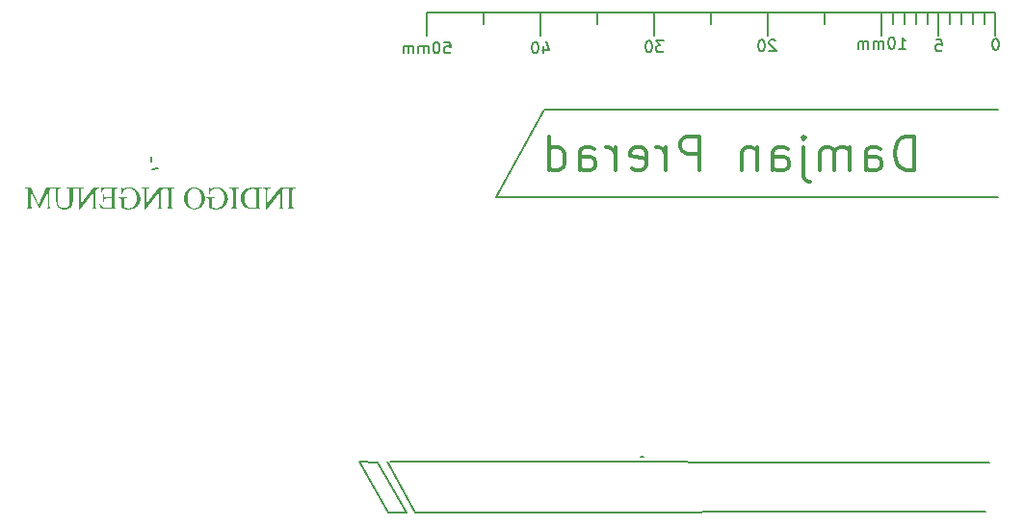
<source format=gbr>
%TF.GenerationSoftware,KiCad,Pcbnew,7.0.6*%
%TF.CreationDate,2024-11-23T01:35:08+01:00*%
%TF.ProjectId,nRF52832_visitcard,6e524635-3238-4333-925f-766973697463,v0.1*%
%TF.SameCoordinates,Original*%
%TF.FileFunction,Legend,Bot*%
%TF.FilePolarity,Positive*%
%FSLAX46Y46*%
G04 Gerber Fmt 4.6, Leading zero omitted, Abs format (unit mm)*
G04 Created by KiCad (PCBNEW 7.0.6) date 2024-11-23 01:35:08*
%MOMM*%
%LPD*%
G01*
G04 APERTURE LIST*
%ADD10C,0.150000*%
%ADD11C,0.300000*%
G04 APERTURE END LIST*
D10*
X116382800Y-93065600D02*
X116332000Y-93497400D01*
X116484400Y-94157800D02*
X116967000Y-94107000D01*
G36*
X128239672Y-97598489D02*
G01*
X128239672Y-97653200D01*
X129038346Y-97653200D01*
X129038346Y-97598489D01*
X128972400Y-97598489D01*
X128951252Y-97597897D01*
X128931219Y-97596119D01*
X128906245Y-97591906D01*
X128883256Y-97585586D01*
X128862251Y-97577160D01*
X128843230Y-97566627D01*
X128826194Y-97553987D01*
X128811143Y-97539241D01*
X128804361Y-97531078D01*
X128793239Y-97510212D01*
X128787102Y-97491436D01*
X128781988Y-97468768D01*
X128778824Y-97449211D01*
X128776235Y-97427466D01*
X128774222Y-97403530D01*
X128772783Y-97377405D01*
X128771921Y-97349091D01*
X128771665Y-97328998D01*
X128771633Y-97318587D01*
X128771633Y-96112027D01*
X128771787Y-96086224D01*
X128772251Y-96062121D01*
X128773024Y-96039719D01*
X128774106Y-96019016D01*
X128776029Y-95994058D01*
X128778502Y-95972122D01*
X128782366Y-95948952D01*
X128788136Y-95927382D01*
X128789218Y-95924449D01*
X128799428Y-95905751D01*
X128812266Y-95890494D01*
X128828645Y-95876518D01*
X128845883Y-95865342D01*
X128864943Y-95855773D01*
X128884265Y-95847825D01*
X128903850Y-95841500D01*
X128923697Y-95836796D01*
X128943806Y-95833714D01*
X128964178Y-95832255D01*
X128972400Y-95832125D01*
X129038346Y-95832125D01*
X129038346Y-95777414D01*
X128239672Y-95777414D01*
X128239672Y-95832125D01*
X128307083Y-95832125D01*
X128327970Y-95832717D01*
X128347767Y-95834495D01*
X128372466Y-95838708D01*
X128395226Y-95845028D01*
X128416048Y-95853454D01*
X128434931Y-95863987D01*
X128451875Y-95876627D01*
X128466881Y-95891373D01*
X128473657Y-95899536D01*
X128485277Y-95920401D01*
X128491689Y-95939178D01*
X128497031Y-95961846D01*
X128500337Y-95981403D01*
X128503042Y-96003148D01*
X128505146Y-96027084D01*
X128506648Y-96053208D01*
X128507550Y-96081523D01*
X128507817Y-96101616D01*
X128507851Y-96112027D01*
X128507851Y-97318587D01*
X128507692Y-97344390D01*
X128507215Y-97368492D01*
X128506421Y-97390895D01*
X128505309Y-97411598D01*
X128503332Y-97436556D01*
X128500790Y-97458492D01*
X128496819Y-97481662D01*
X128490889Y-97503232D01*
X128489777Y-97506165D01*
X128479687Y-97524863D01*
X128466697Y-97540120D01*
X128449920Y-97554096D01*
X128432135Y-97565272D01*
X128413497Y-97574841D01*
X128394526Y-97582789D01*
X128375220Y-97589114D01*
X128355580Y-97593818D01*
X128335607Y-97596900D01*
X128315299Y-97598359D01*
X128307083Y-97598489D01*
X128239672Y-97598489D01*
G37*
G36*
X128213294Y-95777414D02*
G01*
X127707711Y-95777414D01*
X126568562Y-97184253D01*
X126568562Y-96105188D01*
X126568713Y-96084141D01*
X126569165Y-96064110D01*
X126570409Y-96035966D01*
X126572331Y-96010105D01*
X126574931Y-95986529D01*
X126578210Y-95965237D01*
X126583637Y-95940401D01*
X126590269Y-95919625D01*
X126600256Y-95899365D01*
X126607153Y-95890255D01*
X126624472Y-95873508D01*
X126640405Y-95862155D01*
X126658185Y-95852618D01*
X126677812Y-95844897D01*
X126699286Y-95838994D01*
X126722608Y-95834906D01*
X126747776Y-95832636D01*
X126767865Y-95832125D01*
X126832345Y-95832125D01*
X126832345Y-95777414D01*
X126184124Y-95777414D01*
X126184124Y-95832125D01*
X126250070Y-95832125D01*
X126271629Y-95832756D01*
X126291978Y-95834649D01*
X126317227Y-95839137D01*
X126340323Y-95845869D01*
X126361267Y-95854845D01*
X126380058Y-95866065D01*
X126396697Y-95879529D01*
X126411184Y-95895237D01*
X126417620Y-95903932D01*
X126427913Y-95924569D01*
X126434863Y-95947827D01*
X126439359Y-95970400D01*
X126442908Y-95996500D01*
X126444949Y-96018389D01*
X126446457Y-96042261D01*
X126447433Y-96068117D01*
X126447877Y-96095956D01*
X126447906Y-96105677D01*
X126447906Y-97684463D01*
X126497243Y-97684463D01*
X127725296Y-96173088D01*
X127725296Y-97325426D01*
X127725153Y-97346472D01*
X127724724Y-97366504D01*
X127723543Y-97394648D01*
X127721719Y-97420509D01*
X127719250Y-97444085D01*
X127716137Y-97465377D01*
X127710985Y-97490213D01*
X127704689Y-97510989D01*
X127695207Y-97531249D01*
X127688660Y-97540359D01*
X127670943Y-97557106D01*
X127654777Y-97568459D01*
X127636841Y-97577996D01*
X127617133Y-97585716D01*
X127595655Y-97591620D01*
X127572406Y-97595708D01*
X127547387Y-97597978D01*
X127527460Y-97598489D01*
X127461514Y-97598489D01*
X127461514Y-97653200D01*
X128110223Y-97653200D01*
X128110223Y-97598489D01*
X128045743Y-97598489D01*
X128023922Y-97597858D01*
X128003336Y-97595965D01*
X127983988Y-97592809D01*
X127960113Y-97586638D01*
X127938437Y-97578223D01*
X127918958Y-97567564D01*
X127901678Y-97554661D01*
X127886596Y-97539514D01*
X127876727Y-97526682D01*
X127866435Y-97506228D01*
X127859484Y-97483123D01*
X127854988Y-97460672D01*
X127851439Y-97434694D01*
X127849399Y-97412897D01*
X127847890Y-97389116D01*
X127846914Y-97363352D01*
X127846471Y-97335604D01*
X127846441Y-97325914D01*
X127846441Y-96026542D01*
X127861302Y-96009253D01*
X127875475Y-95993106D01*
X127888962Y-95978100D01*
X127905876Y-95959870D01*
X127921569Y-95943670D01*
X127936040Y-95929500D01*
X127952412Y-95914643D01*
X127969539Y-95901001D01*
X127986501Y-95889781D01*
X128006244Y-95878836D01*
X128024823Y-95869925D01*
X128045333Y-95861205D01*
X128067775Y-95852676D01*
X128087120Y-95845989D01*
X128092149Y-95844337D01*
X128111637Y-95839579D01*
X128131467Y-95836430D01*
X128154181Y-95834140D01*
X128175314Y-95832888D01*
X128198450Y-95832232D01*
X128213294Y-95832125D01*
X128213294Y-95777414D01*
G37*
G36*
X126107920Y-95832125D02*
G01*
X126037578Y-95832125D01*
X126012009Y-95833071D01*
X125988058Y-95835911D01*
X125965725Y-95840643D01*
X125945010Y-95847268D01*
X125925914Y-95855786D01*
X125908435Y-95866197D01*
X125892575Y-95878500D01*
X125878332Y-95892697D01*
X125867215Y-95909644D01*
X125859678Y-95927821D01*
X125853346Y-95950104D01*
X125849389Y-95969511D01*
X125846111Y-95991229D01*
X125843510Y-96015255D01*
X125841588Y-96041592D01*
X125840345Y-96070239D01*
X125839892Y-96090620D01*
X125839742Y-96112027D01*
X125839742Y-97318587D01*
X125839860Y-97337989D01*
X125840481Y-97365432D01*
X125841635Y-97390883D01*
X125843320Y-97414341D01*
X125845539Y-97435808D01*
X125848289Y-97455283D01*
X125852785Y-97478150D01*
X125859735Y-97501754D01*
X125870028Y-97522774D01*
X125876464Y-97531942D01*
X125890951Y-97548505D01*
X125907590Y-97562702D01*
X125926381Y-97574532D01*
X125947325Y-97583997D01*
X125970421Y-97591095D01*
X125995670Y-97595827D01*
X126016019Y-97597824D01*
X126037578Y-97598489D01*
X126107920Y-97598489D01*
X126107920Y-97653200D01*
X125275052Y-97653200D01*
X125241404Y-97652913D01*
X125208298Y-97652055D01*
X125175733Y-97650624D01*
X125143711Y-97648620D01*
X125112230Y-97646044D01*
X125081291Y-97642896D01*
X125050895Y-97639175D01*
X125021040Y-97634881D01*
X124991727Y-97630016D01*
X124962956Y-97624577D01*
X124934727Y-97618567D01*
X124907039Y-97611984D01*
X124879894Y-97604828D01*
X124853291Y-97597100D01*
X124827229Y-97588800D01*
X124801710Y-97579927D01*
X124776732Y-97570481D01*
X124752296Y-97560464D01*
X124728402Y-97549873D01*
X124705051Y-97538711D01*
X124682241Y-97526976D01*
X124659972Y-97514668D01*
X124638246Y-97501788D01*
X124617062Y-97488336D01*
X124596420Y-97474311D01*
X124576319Y-97459713D01*
X124556761Y-97444544D01*
X124537744Y-97428801D01*
X124519269Y-97412487D01*
X124501337Y-97395600D01*
X124483946Y-97378140D01*
X124467097Y-97360108D01*
X124452581Y-97343557D01*
X124438526Y-97326754D01*
X124424932Y-97309699D01*
X124411799Y-97292392D01*
X124399126Y-97274833D01*
X124386915Y-97257022D01*
X124375164Y-97238960D01*
X124363874Y-97220645D01*
X124353045Y-97202079D01*
X124342676Y-97183261D01*
X124332769Y-97164191D01*
X124323322Y-97144869D01*
X124314336Y-97125295D01*
X124305811Y-97105470D01*
X124297746Y-97085392D01*
X124290143Y-97065063D01*
X124283000Y-97044481D01*
X124276318Y-97023648D01*
X124270097Y-97002563D01*
X124264337Y-96981226D01*
X124259038Y-96959638D01*
X124254199Y-96937797D01*
X124249821Y-96915704D01*
X124245904Y-96893360D01*
X124242448Y-96870764D01*
X124239453Y-96847916D01*
X124236919Y-96824816D01*
X124234845Y-96801464D01*
X124233232Y-96777860D01*
X124232080Y-96754004D01*
X124231389Y-96729897D01*
X124231288Y-96719215D01*
X124544278Y-96719215D01*
X124544483Y-96743268D01*
X124545100Y-96767008D01*
X124546128Y-96790434D01*
X124547567Y-96813546D01*
X124549418Y-96836344D01*
X124551679Y-96858828D01*
X124554352Y-96880999D01*
X124557436Y-96902855D01*
X124560931Y-96924397D01*
X124564838Y-96945626D01*
X124569156Y-96966541D01*
X124573884Y-96987142D01*
X124579025Y-97007429D01*
X124584576Y-97027402D01*
X124590538Y-97047061D01*
X124596912Y-97066406D01*
X124603697Y-97085437D01*
X124610893Y-97104155D01*
X124618500Y-97122559D01*
X124626519Y-97140648D01*
X124634949Y-97158424D01*
X124643789Y-97175886D01*
X124662705Y-97209868D01*
X124683265Y-97242595D01*
X124705470Y-97274066D01*
X124729320Y-97304281D01*
X124754815Y-97333241D01*
X124781495Y-97360629D01*
X124809022Y-97386250D01*
X124837396Y-97410103D01*
X124866617Y-97432190D01*
X124896686Y-97452510D01*
X124927602Y-97471063D01*
X124959365Y-97487849D01*
X124991975Y-97502868D01*
X125025432Y-97516120D01*
X125059737Y-97527605D01*
X125094889Y-97537323D01*
X125130888Y-97545275D01*
X125167734Y-97551459D01*
X125205428Y-97555876D01*
X125243969Y-97558527D01*
X125263557Y-97559189D01*
X125283357Y-97559410D01*
X125298353Y-97559258D01*
X125321670Y-97558456D01*
X125345974Y-97556968D01*
X125371266Y-97554793D01*
X125397546Y-97551930D01*
X125424813Y-97548381D01*
X125453067Y-97544145D01*
X125472452Y-97540939D01*
X125492276Y-97537428D01*
X125512538Y-97533612D01*
X125533240Y-97529490D01*
X125554380Y-97525064D01*
X125575959Y-97520331D01*
X125575959Y-95918098D01*
X125566132Y-95915694D01*
X125546676Y-95911114D01*
X125527488Y-95906840D01*
X125499206Y-95901001D01*
X125471526Y-95895849D01*
X125444446Y-95891384D01*
X125417968Y-95887606D01*
X125392090Y-95884515D01*
X125366814Y-95882111D01*
X125342139Y-95880393D01*
X125318065Y-95879363D01*
X125294592Y-95879019D01*
X125274101Y-95879239D01*
X125253843Y-95879899D01*
X125233820Y-95880999D01*
X125214030Y-95882538D01*
X125175151Y-95886936D01*
X125137208Y-95893094D01*
X125100199Y-95901011D01*
X125064126Y-95910687D01*
X125028987Y-95922123D01*
X124994784Y-95935317D01*
X124961515Y-95950272D01*
X124929181Y-95966985D01*
X124897783Y-95985458D01*
X124867319Y-96005690D01*
X124837791Y-96027681D01*
X124809197Y-96051432D01*
X124781539Y-96076942D01*
X124754815Y-96104211D01*
X124729320Y-96132946D01*
X124705470Y-96162975D01*
X124683265Y-96194297D01*
X124662705Y-96226913D01*
X124643789Y-96260823D01*
X124634949Y-96278263D01*
X124626519Y-96296026D01*
X124618500Y-96314113D01*
X124610893Y-96332523D01*
X124603697Y-96351257D01*
X124596912Y-96370314D01*
X124590538Y-96389695D01*
X124584576Y-96409399D01*
X124579025Y-96429426D01*
X124573884Y-96449777D01*
X124569156Y-96470451D01*
X124564838Y-96491449D01*
X124560931Y-96512770D01*
X124557436Y-96534415D01*
X124554352Y-96556383D01*
X124551679Y-96578674D01*
X124549418Y-96601289D01*
X124547567Y-96624227D01*
X124546128Y-96647489D01*
X124545100Y-96671074D01*
X124544483Y-96694983D01*
X124544278Y-96719215D01*
X124231288Y-96719215D01*
X124231158Y-96705537D01*
X124231675Y-96669353D01*
X124233227Y-96633707D01*
X124235812Y-96598599D01*
X124239432Y-96564029D01*
X124244086Y-96529997D01*
X124249774Y-96496504D01*
X124256497Y-96463548D01*
X124264253Y-96431130D01*
X124273044Y-96399251D01*
X124282869Y-96367910D01*
X124293728Y-96337106D01*
X124305622Y-96306841D01*
X124318550Y-96277114D01*
X124332511Y-96247925D01*
X124347508Y-96219275D01*
X124363538Y-96191162D01*
X124380419Y-96163816D01*
X124397969Y-96137467D01*
X124416186Y-96112113D01*
X124435071Y-96087756D01*
X124454623Y-96064394D01*
X124474844Y-96042029D01*
X124495732Y-96020659D01*
X124517289Y-96000286D01*
X124539513Y-95980909D01*
X124562405Y-95962528D01*
X124585965Y-95945142D01*
X124610193Y-95928753D01*
X124635088Y-95913360D01*
X124660652Y-95898963D01*
X124686883Y-95885562D01*
X124713782Y-95873158D01*
X124741796Y-95861564D01*
X124771370Y-95850718D01*
X124802505Y-95840620D01*
X124835201Y-95831270D01*
X124869458Y-95822668D01*
X124905276Y-95814814D01*
X124942655Y-95807708D01*
X124961930Y-95804436D01*
X124981594Y-95801350D01*
X125001650Y-95798452D01*
X125022095Y-95795740D01*
X125042930Y-95793216D01*
X125064156Y-95790878D01*
X125085772Y-95788728D01*
X125107778Y-95786764D01*
X125130175Y-95784988D01*
X125152961Y-95783398D01*
X125176138Y-95781996D01*
X125199705Y-95780780D01*
X125223663Y-95779752D01*
X125248010Y-95778910D01*
X125272748Y-95778256D01*
X125297876Y-95777788D01*
X125323394Y-95777508D01*
X125349302Y-95777414D01*
X126107920Y-95777414D01*
X126107920Y-95832125D01*
G37*
G36*
X123266888Y-97598489D02*
G01*
X123266888Y-97653200D01*
X124065562Y-97653200D01*
X124065562Y-97598489D01*
X123999616Y-97598489D01*
X123978467Y-97597897D01*
X123958434Y-97596119D01*
X123933461Y-97591906D01*
X123910471Y-97585586D01*
X123889466Y-97577160D01*
X123870446Y-97566627D01*
X123853410Y-97553987D01*
X123838359Y-97539241D01*
X123831577Y-97531078D01*
X123820454Y-97510212D01*
X123814318Y-97491436D01*
X123809204Y-97468768D01*
X123806040Y-97449211D01*
X123803451Y-97427466D01*
X123801437Y-97403530D01*
X123799999Y-97377405D01*
X123799136Y-97349091D01*
X123798880Y-97328998D01*
X123798848Y-97318587D01*
X123798848Y-96112027D01*
X123799003Y-96086224D01*
X123799467Y-96062121D01*
X123800240Y-96039719D01*
X123801321Y-96019016D01*
X123803245Y-95994058D01*
X123805718Y-95972122D01*
X123809582Y-95948952D01*
X123815352Y-95927382D01*
X123816434Y-95924449D01*
X123826644Y-95905751D01*
X123839482Y-95890494D01*
X123855861Y-95876518D01*
X123873098Y-95865342D01*
X123892158Y-95855773D01*
X123911481Y-95847825D01*
X123931065Y-95841500D01*
X123950913Y-95836796D01*
X123971022Y-95833714D01*
X123991394Y-95832255D01*
X123999616Y-95832125D01*
X124065562Y-95832125D01*
X124065562Y-95777414D01*
X123266888Y-95777414D01*
X123266888Y-95832125D01*
X123334299Y-95832125D01*
X123355186Y-95832717D01*
X123374982Y-95834495D01*
X123399681Y-95838708D01*
X123422442Y-95845028D01*
X123443263Y-95853454D01*
X123462146Y-95863987D01*
X123479091Y-95876627D01*
X123494096Y-95891373D01*
X123500872Y-95899536D01*
X123512493Y-95920401D01*
X123518904Y-95939178D01*
X123524247Y-95961846D01*
X123527553Y-95981403D01*
X123530258Y-96003148D01*
X123532361Y-96027084D01*
X123533864Y-96053208D01*
X123534766Y-96081523D01*
X123535033Y-96101616D01*
X123535066Y-96112027D01*
X123535066Y-97318587D01*
X123534907Y-97344390D01*
X123534431Y-97368492D01*
X123533637Y-97390895D01*
X123532525Y-97411598D01*
X123530548Y-97436556D01*
X123528006Y-97458492D01*
X123524035Y-97481662D01*
X123518104Y-97503232D01*
X123516992Y-97506165D01*
X123506903Y-97524863D01*
X123493912Y-97540120D01*
X123477136Y-97554096D01*
X123459351Y-97565272D01*
X123440713Y-97574841D01*
X123421741Y-97582789D01*
X123402436Y-97589114D01*
X123382796Y-97593818D01*
X123362823Y-97596900D01*
X123342515Y-97598359D01*
X123334299Y-97598489D01*
X123266888Y-97598489D01*
G37*
G36*
X121476587Y-95746151D02*
G01*
X121428227Y-96340150D01*
X121476587Y-96340150D01*
X121485852Y-96312617D01*
X121495448Y-96285951D01*
X121505376Y-96260151D01*
X121515636Y-96235217D01*
X121526228Y-96211150D01*
X121537152Y-96187948D01*
X121548408Y-96165614D01*
X121559996Y-96144145D01*
X121571917Y-96123543D01*
X121584169Y-96103807D01*
X121596753Y-96084937D01*
X121609669Y-96066934D01*
X121622918Y-96049797D01*
X121636498Y-96033526D01*
X121650410Y-96018121D01*
X121664654Y-96003583D01*
X121685787Y-95983767D01*
X121707664Y-95965230D01*
X121730285Y-95947970D01*
X121753650Y-95931990D01*
X121777760Y-95917287D01*
X121802614Y-95903864D01*
X121828211Y-95891718D01*
X121854553Y-95880851D01*
X121881639Y-95871263D01*
X121909470Y-95862953D01*
X121938044Y-95855921D01*
X121967363Y-95850168D01*
X121997426Y-95845694D01*
X122028233Y-95842498D01*
X122059784Y-95840580D01*
X122092079Y-95839941D01*
X122114140Y-95840214D01*
X122135868Y-95841036D01*
X122157264Y-95842405D01*
X122178328Y-95844322D01*
X122199060Y-95846786D01*
X122219460Y-95849798D01*
X122239528Y-95853358D01*
X122259264Y-95857465D01*
X122278668Y-95862120D01*
X122297740Y-95867323D01*
X122316479Y-95873073D01*
X122352963Y-95886216D01*
X122388119Y-95901550D01*
X122421947Y-95919074D01*
X122454446Y-95938789D01*
X122485618Y-95960695D01*
X122515461Y-95984791D01*
X122543976Y-96011078D01*
X122557736Y-96025042D01*
X122571164Y-96039555D01*
X122584259Y-96054615D01*
X122597023Y-96070222D01*
X122609455Y-96086378D01*
X122621554Y-96103081D01*
X122633322Y-96120331D01*
X122652132Y-96150240D01*
X122669729Y-96180858D01*
X122686112Y-96212186D01*
X122701282Y-96244224D01*
X122715238Y-96276971D01*
X122727981Y-96310429D01*
X122739510Y-96344596D01*
X122749825Y-96379473D01*
X122758927Y-96415060D01*
X122766816Y-96451357D01*
X122773490Y-96488363D01*
X122778951Y-96526080D01*
X122783199Y-96564506D01*
X122784868Y-96583985D01*
X122786233Y-96603642D01*
X122787295Y-96623476D01*
X122788053Y-96643488D01*
X122788508Y-96663677D01*
X122788660Y-96684044D01*
X122788257Y-96717019D01*
X122787050Y-96749631D01*
X122785037Y-96781880D01*
X122782218Y-96813767D01*
X122778595Y-96845292D01*
X122774166Y-96876454D01*
X122768932Y-96907253D01*
X122762892Y-96937690D01*
X122756048Y-96967764D01*
X122748398Y-96997476D01*
X122739943Y-97026825D01*
X122730683Y-97055812D01*
X122720617Y-97084436D01*
X122709747Y-97112698D01*
X122698071Y-97140597D01*
X122685590Y-97168133D01*
X122672456Y-97195032D01*
X122658822Y-97221019D01*
X122644688Y-97246094D01*
X122630055Y-97270257D01*
X122614921Y-97293508D01*
X122599288Y-97315847D01*
X122583155Y-97337273D01*
X122566521Y-97357788D01*
X122549388Y-97377390D01*
X122531755Y-97396080D01*
X122513622Y-97413859D01*
X122494989Y-97430725D01*
X122475856Y-97446679D01*
X122456223Y-97461721D01*
X122436090Y-97475851D01*
X122415457Y-97489068D01*
X122394540Y-97501372D01*
X122373554Y-97512882D01*
X122352500Y-97523598D01*
X122331376Y-97533521D01*
X122310185Y-97542649D01*
X122288924Y-97550984D01*
X122267595Y-97558525D01*
X122246197Y-97565272D01*
X122224730Y-97571225D01*
X122203195Y-97576385D01*
X122181591Y-97580751D01*
X122159918Y-97584323D01*
X122138176Y-97587101D01*
X122116366Y-97589086D01*
X122094488Y-97590276D01*
X122072540Y-97590673D01*
X122046887Y-97590269D01*
X122021463Y-97589055D01*
X121996268Y-97587033D01*
X121971301Y-97584201D01*
X121946564Y-97580560D01*
X121922056Y-97576110D01*
X121897777Y-97570851D01*
X121873726Y-97564784D01*
X121849775Y-97557807D01*
X121826038Y-97550068D01*
X121802514Y-97541565D01*
X121779204Y-97532299D01*
X121756108Y-97522270D01*
X121733226Y-97511478D01*
X121710557Y-97499922D01*
X121688102Y-97487603D01*
X121688102Y-96948315D01*
X121688291Y-96922882D01*
X121688857Y-96899159D01*
X121689802Y-96877144D01*
X121691124Y-96856838D01*
X121693475Y-96832421D01*
X121696498Y-96811043D01*
X121701220Y-96788591D01*
X121708273Y-96767914D01*
X121709595Y-96765133D01*
X121719930Y-96747117D01*
X121732556Y-96731112D01*
X121747472Y-96717117D01*
X121764680Y-96705133D01*
X121775541Y-96699187D01*
X121794597Y-96691385D01*
X121814125Y-96686116D01*
X121836968Y-96681968D01*
X121857629Y-96679457D01*
X121880413Y-96677663D01*
X121905318Y-96676587D01*
X121925389Y-96676251D01*
X121932345Y-96676228D01*
X121932345Y-96621518D01*
X121211340Y-96621518D01*
X121211340Y-96676228D01*
X121245534Y-96676228D01*
X121265087Y-96676855D01*
X121289301Y-96679641D01*
X121311394Y-96684655D01*
X121331365Y-96691899D01*
X121349213Y-96701371D01*
X121364940Y-96713072D01*
X121381615Y-96730832D01*
X121392568Y-96747547D01*
X121400449Y-96765984D01*
X121406994Y-96789240D01*
X121411268Y-96811313D01*
X121414687Y-96836471D01*
X121416691Y-96857362D01*
X121418213Y-96879988D01*
X121419255Y-96904348D01*
X121419816Y-96930443D01*
X121419923Y-96948803D01*
X121419923Y-97519354D01*
X121439690Y-97529863D01*
X121459422Y-97540016D01*
X121479120Y-97549814D01*
X121498783Y-97559258D01*
X121518412Y-97568346D01*
X121538007Y-97577080D01*
X121557567Y-97585458D01*
X121577093Y-97593482D01*
X121596585Y-97601151D01*
X121616043Y-97608465D01*
X121635466Y-97615424D01*
X121654854Y-97622028D01*
X121674209Y-97628277D01*
X121693529Y-97634171D01*
X121712814Y-97639711D01*
X121732066Y-97644895D01*
X121751433Y-97649687D01*
X121771068Y-97654169D01*
X121790970Y-97658342D01*
X121811139Y-97662206D01*
X121831575Y-97665761D01*
X121852279Y-97669007D01*
X121873249Y-97671943D01*
X121894487Y-97674571D01*
X121915992Y-97676889D01*
X121937764Y-97678898D01*
X121959803Y-97680599D01*
X121982109Y-97681990D01*
X122004683Y-97683072D01*
X122027523Y-97683844D01*
X122050631Y-97684308D01*
X122074006Y-97684463D01*
X122107488Y-97684126D01*
X122140464Y-97683117D01*
X122172934Y-97681436D01*
X122204897Y-97679082D01*
X122236353Y-97676055D01*
X122267303Y-97672355D01*
X122297746Y-97667983D01*
X122327682Y-97662939D01*
X122357112Y-97657221D01*
X122386035Y-97650831D01*
X122414452Y-97643769D01*
X122442362Y-97636034D01*
X122469765Y-97627626D01*
X122496662Y-97618546D01*
X122523052Y-97608793D01*
X122548936Y-97598367D01*
X122574313Y-97587269D01*
X122599183Y-97575498D01*
X122623547Y-97563054D01*
X122647404Y-97549938D01*
X122670754Y-97536149D01*
X122693598Y-97521688D01*
X122715935Y-97506554D01*
X122737766Y-97490747D01*
X122759090Y-97474268D01*
X122779907Y-97457116D01*
X122800218Y-97439292D01*
X122820022Y-97420795D01*
X122839320Y-97401625D01*
X122858111Y-97381783D01*
X122876395Y-97361268D01*
X122894173Y-97340080D01*
X122907096Y-97323852D01*
X122919609Y-97307470D01*
X122931711Y-97290933D01*
X122943403Y-97274241D01*
X122954685Y-97257395D01*
X122965557Y-97240395D01*
X122976018Y-97223240D01*
X122986069Y-97205930D01*
X122995710Y-97188465D01*
X123004941Y-97170847D01*
X123013761Y-97153073D01*
X123022171Y-97135145D01*
X123030171Y-97117063D01*
X123037761Y-97098825D01*
X123044940Y-97080434D01*
X123051710Y-97061888D01*
X123058069Y-97043187D01*
X123064017Y-97024331D01*
X123069556Y-97005321D01*
X123074684Y-96986157D01*
X123079402Y-96966838D01*
X123083709Y-96947364D01*
X123087607Y-96927736D01*
X123091094Y-96907954D01*
X123094171Y-96888016D01*
X123096837Y-96867924D01*
X123099094Y-96847678D01*
X123100940Y-96827277D01*
X123102376Y-96806722D01*
X123103401Y-96786011D01*
X123104017Y-96765147D01*
X123104222Y-96744128D01*
X123103762Y-96713616D01*
X123102382Y-96683265D01*
X123100083Y-96653075D01*
X123096864Y-96623044D01*
X123092725Y-96593174D01*
X123087667Y-96563464D01*
X123081689Y-96533915D01*
X123074791Y-96504525D01*
X123066973Y-96475296D01*
X123058235Y-96446228D01*
X123048578Y-96417319D01*
X123038001Y-96388571D01*
X123026505Y-96359983D01*
X123014089Y-96331556D01*
X123000753Y-96303288D01*
X122986497Y-96275181D01*
X122968564Y-96242323D01*
X122949815Y-96210426D01*
X122930248Y-96179492D01*
X122909866Y-96149518D01*
X122888666Y-96120507D01*
X122866650Y-96092457D01*
X122843817Y-96065369D01*
X122820167Y-96039243D01*
X122795701Y-96014078D01*
X122770418Y-95989875D01*
X122744319Y-95966634D01*
X122717402Y-95944354D01*
X122689669Y-95923037D01*
X122661120Y-95902680D01*
X122631753Y-95883286D01*
X122601570Y-95864853D01*
X122575696Y-95850479D01*
X122549241Y-95837033D01*
X122522206Y-95824513D01*
X122494592Y-95812921D01*
X122466397Y-95802257D01*
X122437622Y-95792519D01*
X122408267Y-95783709D01*
X122378332Y-95775827D01*
X122347817Y-95768872D01*
X122316722Y-95762844D01*
X122285047Y-95757743D01*
X122252791Y-95753570D01*
X122219956Y-95750324D01*
X122186540Y-95748006D01*
X122152545Y-95746615D01*
X122117969Y-95746151D01*
X122092858Y-95746426D01*
X122068327Y-95747250D01*
X122044376Y-95748624D01*
X122021005Y-95750548D01*
X121998214Y-95753021D01*
X121976003Y-95756043D01*
X121954372Y-95759615D01*
X121933322Y-95763737D01*
X121911470Y-95768675D01*
X121887434Y-95774941D01*
X121867976Y-95780513D01*
X121847289Y-95786831D01*
X121825374Y-95793897D01*
X121802232Y-95801709D01*
X121777862Y-95810268D01*
X121752263Y-95819575D01*
X121725437Y-95829628D01*
X121706871Y-95836746D01*
X121697383Y-95840429D01*
X121679004Y-95847642D01*
X121658262Y-95855305D01*
X121636647Y-95862518D01*
X121615943Y-95868198D01*
X121596469Y-95871174D01*
X121594801Y-95871204D01*
X121574659Y-95867011D01*
X121558355Y-95855700D01*
X121549860Y-95845802D01*
X121540578Y-95827650D01*
X121534962Y-95808189D01*
X121531264Y-95787787D01*
X121528969Y-95768162D01*
X121527390Y-95746151D01*
X121476587Y-95746151D01*
G37*
G36*
X120176534Y-95746387D02*
G01*
X120199098Y-95747096D01*
X120221460Y-95748277D01*
X120243619Y-95749929D01*
X120265576Y-95752055D01*
X120287331Y-95754652D01*
X120308883Y-95757722D01*
X120330234Y-95761264D01*
X120351382Y-95765278D01*
X120372327Y-95769765D01*
X120393071Y-95774723D01*
X120413612Y-95780155D01*
X120433951Y-95786058D01*
X120454088Y-95792433D01*
X120474022Y-95799281D01*
X120493754Y-95806601D01*
X120513284Y-95814394D01*
X120532612Y-95822659D01*
X120551737Y-95831395D01*
X120570660Y-95840605D01*
X120589381Y-95850286D01*
X120607900Y-95860440D01*
X120626216Y-95871066D01*
X120644330Y-95882164D01*
X120662242Y-95893735D01*
X120679951Y-95905777D01*
X120697459Y-95918292D01*
X120714764Y-95931280D01*
X120731866Y-95944739D01*
X120748767Y-95958671D01*
X120765465Y-95973075D01*
X120781961Y-95987952D01*
X120800534Y-96005543D01*
X120818517Y-96023453D01*
X120835911Y-96041680D01*
X120852715Y-96060225D01*
X120868929Y-96079087D01*
X120884554Y-96098267D01*
X120899590Y-96117765D01*
X120914035Y-96137581D01*
X120927891Y-96157714D01*
X120941158Y-96178165D01*
X120953834Y-96198934D01*
X120965921Y-96220021D01*
X120977419Y-96241425D01*
X120988327Y-96263147D01*
X120998645Y-96285186D01*
X121008374Y-96307544D01*
X121017513Y-96330219D01*
X121026062Y-96353211D01*
X121034022Y-96376522D01*
X121041393Y-96400150D01*
X121048173Y-96424096D01*
X121054364Y-96448359D01*
X121059965Y-96472940D01*
X121064977Y-96497839D01*
X121069399Y-96523056D01*
X121073232Y-96548590D01*
X121076475Y-96574442D01*
X121079128Y-96600612D01*
X121081192Y-96627100D01*
X121082666Y-96653905D01*
X121083550Y-96681028D01*
X121083845Y-96708468D01*
X121083590Y-96735301D01*
X121082824Y-96761822D01*
X121081548Y-96788031D01*
X121079762Y-96813928D01*
X121077465Y-96839513D01*
X121074657Y-96864785D01*
X121071339Y-96889746D01*
X121067511Y-96914395D01*
X121063173Y-96938732D01*
X121058324Y-96962757D01*
X121052964Y-96986470D01*
X121047094Y-97009871D01*
X121040714Y-97032961D01*
X121033823Y-97055738D01*
X121026422Y-97078203D01*
X121018510Y-97100356D01*
X121010088Y-97122197D01*
X121001155Y-97143726D01*
X120991712Y-97164943D01*
X120981759Y-97185848D01*
X120971295Y-97206442D01*
X120960321Y-97226723D01*
X120948836Y-97246692D01*
X120936841Y-97266349D01*
X120924336Y-97285695D01*
X120911320Y-97304728D01*
X120897793Y-97323449D01*
X120883757Y-97341859D01*
X120869209Y-97359956D01*
X120854152Y-97377741D01*
X120838584Y-97395215D01*
X120822505Y-97412376D01*
X120806021Y-97429116D01*
X120789296Y-97445324D01*
X120772330Y-97461001D01*
X120755125Y-97476146D01*
X120737678Y-97490760D01*
X120719992Y-97504843D01*
X120702065Y-97518394D01*
X120683897Y-97531414D01*
X120665489Y-97543902D01*
X120646841Y-97555859D01*
X120627952Y-97567285D01*
X120608823Y-97578179D01*
X120589454Y-97588541D01*
X120569844Y-97598373D01*
X120549993Y-97607673D01*
X120529902Y-97616441D01*
X120509571Y-97624678D01*
X120488999Y-97632384D01*
X120468187Y-97639558D01*
X120447134Y-97646200D01*
X120425841Y-97652312D01*
X120404308Y-97657892D01*
X120382534Y-97662940D01*
X120360520Y-97667457D01*
X120338265Y-97671443D01*
X120315770Y-97674897D01*
X120293034Y-97677820D01*
X120270058Y-97680211D01*
X120246842Y-97682071D01*
X120223385Y-97683400D01*
X120199688Y-97684197D01*
X120175750Y-97684463D01*
X120152077Y-97684190D01*
X120128625Y-97683373D01*
X120105392Y-97682011D01*
X120082381Y-97680104D01*
X120059589Y-97677653D01*
X120037018Y-97674657D01*
X120014668Y-97671116D01*
X119992537Y-97667030D01*
X119970628Y-97662399D01*
X119948938Y-97657224D01*
X119927469Y-97651504D01*
X119906220Y-97645239D01*
X119885192Y-97638429D01*
X119864384Y-97631075D01*
X119843797Y-97623175D01*
X119823430Y-97614731D01*
X119803283Y-97605742D01*
X119783357Y-97596209D01*
X119763651Y-97586131D01*
X119744165Y-97575507D01*
X119724900Y-97564339D01*
X119705855Y-97552627D01*
X119687031Y-97540369D01*
X119668427Y-97527567D01*
X119650044Y-97514220D01*
X119631880Y-97500328D01*
X119613938Y-97485892D01*
X119596215Y-97470910D01*
X119578713Y-97455384D01*
X119561432Y-97439313D01*
X119544370Y-97422698D01*
X119527530Y-97405537D01*
X119511030Y-97387965D01*
X119495055Y-97370112D01*
X119479603Y-97351981D01*
X119464675Y-97333570D01*
X119450271Y-97314879D01*
X119436391Y-97295908D01*
X119423034Y-97276659D01*
X119410201Y-97257129D01*
X119397892Y-97237320D01*
X119386107Y-97217232D01*
X119374846Y-97196864D01*
X119364108Y-97176216D01*
X119353894Y-97155289D01*
X119344204Y-97134082D01*
X119335038Y-97112596D01*
X119326396Y-97090830D01*
X119318277Y-97068785D01*
X119310682Y-97046460D01*
X119303611Y-97023856D01*
X119297064Y-97000972D01*
X119291040Y-96977808D01*
X119285540Y-96954365D01*
X119280564Y-96930643D01*
X119276112Y-96906641D01*
X119272184Y-96882359D01*
X119268779Y-96857798D01*
X119265898Y-96832957D01*
X119263541Y-96807837D01*
X119261708Y-96782437D01*
X119260399Y-96756758D01*
X119260002Y-96743639D01*
X119574424Y-96743639D01*
X119574591Y-96770856D01*
X119575092Y-96797615D01*
X119575927Y-96823914D01*
X119577096Y-96849755D01*
X119578598Y-96875137D01*
X119580435Y-96900060D01*
X119582605Y-96924523D01*
X119585110Y-96948528D01*
X119587948Y-96972074D01*
X119591120Y-96995162D01*
X119594627Y-97017790D01*
X119598467Y-97039959D01*
X119602641Y-97061670D01*
X119607149Y-97082921D01*
X119611991Y-97103714D01*
X119617167Y-97124047D01*
X119622676Y-97143922D01*
X119628520Y-97163338D01*
X119634698Y-97182295D01*
X119641209Y-97200793D01*
X119655234Y-97236412D01*
X119670595Y-97270196D01*
X119687291Y-97302144D01*
X119705323Y-97332257D01*
X119724691Y-97360534D01*
X119745394Y-97386975D01*
X119767122Y-97411641D01*
X119789564Y-97434717D01*
X119812719Y-97456200D01*
X119836588Y-97476093D01*
X119861171Y-97494394D01*
X119886467Y-97511104D01*
X119912477Y-97526222D01*
X119939201Y-97539749D01*
X119966638Y-97551684D01*
X119994789Y-97562028D01*
X120023654Y-97570781D01*
X120053232Y-97577942D01*
X120083524Y-97583512D01*
X120114529Y-97587491D01*
X120146248Y-97589878D01*
X120178681Y-97590673D01*
X120209021Y-97589946D01*
X120238612Y-97587765D01*
X120267456Y-97584130D01*
X120295551Y-97579041D01*
X120322899Y-97572498D01*
X120349498Y-97564501D01*
X120375350Y-97555050D01*
X120400454Y-97544145D01*
X120424809Y-97531786D01*
X120448417Y-97517973D01*
X120471276Y-97502706D01*
X120493388Y-97485985D01*
X120514752Y-97467810D01*
X120535367Y-97448181D01*
X120555235Y-97427097D01*
X120574354Y-97404560D01*
X120586346Y-97389060D01*
X120597956Y-97373150D01*
X120609186Y-97356831D01*
X120620035Y-97340103D01*
X120630504Y-97322966D01*
X120640592Y-97305419D01*
X120650299Y-97287463D01*
X120659626Y-97269097D01*
X120668572Y-97250322D01*
X120677137Y-97231138D01*
X120685321Y-97211545D01*
X120693125Y-97191542D01*
X120700548Y-97171130D01*
X120707591Y-97150309D01*
X120714253Y-97129079D01*
X120720534Y-97107439D01*
X120726434Y-97085390D01*
X120731954Y-97062931D01*
X120737093Y-97040064D01*
X120741852Y-97016787D01*
X120746229Y-96993100D01*
X120750226Y-96969005D01*
X120753843Y-96944500D01*
X120757079Y-96919586D01*
X120759934Y-96894262D01*
X120762408Y-96868529D01*
X120764502Y-96842387D01*
X120766215Y-96815836D01*
X120767547Y-96788875D01*
X120768499Y-96761505D01*
X120769070Y-96733726D01*
X120769260Y-96705537D01*
X120769077Y-96678054D01*
X120768526Y-96650987D01*
X120767607Y-96624336D01*
X120766322Y-96598101D01*
X120764669Y-96572282D01*
X120762648Y-96546879D01*
X120760261Y-96521891D01*
X120757506Y-96497320D01*
X120754384Y-96473165D01*
X120750894Y-96449426D01*
X120747037Y-96426102D01*
X120742813Y-96403195D01*
X120738222Y-96380704D01*
X120733263Y-96358628D01*
X120727937Y-96336969D01*
X120722243Y-96315726D01*
X120716183Y-96294898D01*
X120709755Y-96274487D01*
X120702959Y-96254491D01*
X120695797Y-96234912D01*
X120688267Y-96215748D01*
X120680369Y-96197001D01*
X120672105Y-96178669D01*
X120663473Y-96160754D01*
X120645107Y-96126170D01*
X120625271Y-96093251D01*
X120603967Y-96061996D01*
X120581193Y-96032404D01*
X120561938Y-96010044D01*
X120541908Y-95989127D01*
X120521104Y-95969653D01*
X120499525Y-95951621D01*
X120477171Y-95935031D01*
X120454042Y-95919884D01*
X120430139Y-95906180D01*
X120405460Y-95893918D01*
X120380008Y-95883099D01*
X120353780Y-95873722D01*
X120326778Y-95865788D01*
X120299001Y-95859297D01*
X120270450Y-95854248D01*
X120241123Y-95850641D01*
X120211022Y-95848478D01*
X120180146Y-95847756D01*
X120147260Y-95848483D01*
X120115277Y-95850664D01*
X120084199Y-95854299D01*
X120054026Y-95859388D01*
X120024756Y-95865931D01*
X119996392Y-95873929D01*
X119968932Y-95883380D01*
X119942376Y-95894285D01*
X119916725Y-95906644D01*
X119891978Y-95920457D01*
X119868136Y-95935724D01*
X119845198Y-95952445D01*
X119823165Y-95970620D01*
X119802036Y-95990249D01*
X119781811Y-96011332D01*
X119762491Y-96033869D01*
X119739717Y-96064062D01*
X119718413Y-96096144D01*
X119708312Y-96112893D01*
X119698578Y-96130114D01*
X119689211Y-96147808D01*
X119680212Y-96165974D01*
X119671580Y-96184613D01*
X119663315Y-96203723D01*
X119655418Y-96223306D01*
X119647888Y-96243361D01*
X119640725Y-96263888D01*
X119633930Y-96284888D01*
X119627502Y-96306360D01*
X119621441Y-96328304D01*
X119615748Y-96350721D01*
X119610421Y-96373609D01*
X119605463Y-96396970D01*
X119600871Y-96420804D01*
X119596647Y-96445109D01*
X119592790Y-96469887D01*
X119589301Y-96495137D01*
X119586178Y-96520859D01*
X119583424Y-96547054D01*
X119581036Y-96573721D01*
X119579016Y-96600860D01*
X119577363Y-96628471D01*
X119576077Y-96656555D01*
X119575159Y-96685111D01*
X119574608Y-96714139D01*
X119574424Y-96743639D01*
X119260002Y-96743639D01*
X119259613Y-96730799D01*
X119259351Y-96704560D01*
X119259611Y-96679048D01*
X119260391Y-96653802D01*
X119261691Y-96628822D01*
X119263511Y-96604108D01*
X119265851Y-96579660D01*
X119268710Y-96555479D01*
X119272090Y-96531563D01*
X119275990Y-96507914D01*
X119280410Y-96484531D01*
X119285349Y-96461415D01*
X119290809Y-96438564D01*
X119296789Y-96415980D01*
X119303288Y-96393662D01*
X119310308Y-96371610D01*
X119317848Y-96349824D01*
X119325907Y-96328304D01*
X119334487Y-96307051D01*
X119343586Y-96286064D01*
X119353206Y-96265342D01*
X119363345Y-96244888D01*
X119374004Y-96224699D01*
X119385184Y-96204776D01*
X119396883Y-96185120D01*
X119409102Y-96165730D01*
X119421842Y-96146606D01*
X119435101Y-96127748D01*
X119448880Y-96109157D01*
X119463179Y-96090831D01*
X119477998Y-96072772D01*
X119493337Y-96054979D01*
X119509197Y-96037452D01*
X119525576Y-96020192D01*
X119542279Y-96003332D01*
X119559170Y-95987007D01*
X119576251Y-95971218D01*
X119593521Y-95955964D01*
X119610980Y-95941245D01*
X119628627Y-95927061D01*
X119646463Y-95913412D01*
X119664489Y-95900299D01*
X119682703Y-95887721D01*
X119701106Y-95875678D01*
X119719698Y-95864171D01*
X119738479Y-95853198D01*
X119757449Y-95842761D01*
X119776608Y-95832859D01*
X119795955Y-95823493D01*
X119815492Y-95814661D01*
X119835217Y-95806365D01*
X119855132Y-95798604D01*
X119875235Y-95791379D01*
X119895527Y-95784688D01*
X119916008Y-95778533D01*
X119936678Y-95772913D01*
X119957537Y-95767828D01*
X119978585Y-95763279D01*
X119999822Y-95759265D01*
X120021247Y-95755786D01*
X120042862Y-95752842D01*
X120064665Y-95750433D01*
X120086658Y-95748560D01*
X120108839Y-95747222D01*
X120131209Y-95746419D01*
X120153768Y-95746151D01*
X120176534Y-95746387D01*
G37*
G36*
X117594592Y-97598489D02*
G01*
X117594592Y-97653200D01*
X118393266Y-97653200D01*
X118393266Y-97598489D01*
X118327320Y-97598489D01*
X118306171Y-97597897D01*
X118286139Y-97596119D01*
X118261165Y-97591906D01*
X118238175Y-97585586D01*
X118217171Y-97577160D01*
X118198150Y-97566627D01*
X118181114Y-97553987D01*
X118166063Y-97539241D01*
X118159281Y-97531078D01*
X118148159Y-97510212D01*
X118142022Y-97491436D01*
X118136908Y-97468768D01*
X118133744Y-97449211D01*
X118131155Y-97427466D01*
X118129141Y-97403530D01*
X118127703Y-97377405D01*
X118126840Y-97349091D01*
X118126585Y-97328998D01*
X118126553Y-97318587D01*
X118126553Y-96112027D01*
X118126707Y-96086224D01*
X118127171Y-96062121D01*
X118127944Y-96039719D01*
X118129026Y-96019016D01*
X118130949Y-95994058D01*
X118133422Y-95972122D01*
X118137286Y-95948952D01*
X118143056Y-95927382D01*
X118144138Y-95924449D01*
X118154348Y-95905751D01*
X118167186Y-95890494D01*
X118183565Y-95876518D01*
X118200802Y-95865342D01*
X118219862Y-95855773D01*
X118239185Y-95847825D01*
X118258770Y-95841500D01*
X118278617Y-95836796D01*
X118298726Y-95833714D01*
X118319098Y-95832255D01*
X118327320Y-95832125D01*
X118393266Y-95832125D01*
X118393266Y-95777414D01*
X117594592Y-95777414D01*
X117594592Y-95832125D01*
X117662003Y-95832125D01*
X117682890Y-95832717D01*
X117702686Y-95834495D01*
X117727385Y-95838708D01*
X117750146Y-95845028D01*
X117770967Y-95853454D01*
X117789850Y-95863987D01*
X117806795Y-95876627D01*
X117821801Y-95891373D01*
X117828576Y-95899536D01*
X117840197Y-95920401D01*
X117846608Y-95939178D01*
X117851951Y-95961846D01*
X117855257Y-95981403D01*
X117857962Y-96003148D01*
X117860066Y-96027084D01*
X117861568Y-96053208D01*
X117862470Y-96081523D01*
X117862737Y-96101616D01*
X117862770Y-96112027D01*
X117862770Y-97318587D01*
X117862611Y-97344390D01*
X117862135Y-97368492D01*
X117861341Y-97390895D01*
X117860229Y-97411598D01*
X117858252Y-97436556D01*
X117855710Y-97458492D01*
X117851739Y-97481662D01*
X117845808Y-97503232D01*
X117844696Y-97506165D01*
X117834607Y-97524863D01*
X117821616Y-97540120D01*
X117804840Y-97554096D01*
X117787055Y-97565272D01*
X117768417Y-97574841D01*
X117749445Y-97582789D01*
X117730140Y-97589114D01*
X117710500Y-97593818D01*
X117690527Y-97596900D01*
X117670219Y-97598359D01*
X117662003Y-97598489D01*
X117594592Y-97598489D01*
G37*
G36*
X117568213Y-95777414D02*
G01*
X117062631Y-95777414D01*
X115923482Y-97184253D01*
X115923482Y-96105188D01*
X115923633Y-96084141D01*
X115924085Y-96064110D01*
X115925329Y-96035966D01*
X115927251Y-96010105D01*
X115929851Y-95986529D01*
X115933130Y-95965237D01*
X115938556Y-95940401D01*
X115945189Y-95919625D01*
X115955176Y-95899365D01*
X115962072Y-95890255D01*
X115979391Y-95873508D01*
X115995324Y-95862155D01*
X116013104Y-95852618D01*
X116032732Y-95844897D01*
X116054206Y-95838994D01*
X116077527Y-95834906D01*
X116102696Y-95832636D01*
X116122784Y-95832125D01*
X116187264Y-95832125D01*
X116187264Y-95777414D01*
X115539044Y-95777414D01*
X115539044Y-95832125D01*
X115604989Y-95832125D01*
X115626549Y-95832756D01*
X115646898Y-95834649D01*
X115672147Y-95839137D01*
X115695243Y-95845869D01*
X115716187Y-95854845D01*
X115734978Y-95866065D01*
X115751617Y-95879529D01*
X115766104Y-95895237D01*
X115772540Y-95903932D01*
X115782833Y-95924569D01*
X115789783Y-95947827D01*
X115794279Y-95970400D01*
X115797828Y-95996500D01*
X115799869Y-96018389D01*
X115801377Y-96042261D01*
X115802353Y-96068117D01*
X115802797Y-96095956D01*
X115802826Y-96105677D01*
X115802826Y-97684463D01*
X115852163Y-97684463D01*
X117080216Y-96173088D01*
X117080216Y-97325426D01*
X117080073Y-97346472D01*
X117079644Y-97366504D01*
X117078463Y-97394648D01*
X117076638Y-97420509D01*
X117074170Y-97444085D01*
X117071057Y-97465377D01*
X117065905Y-97490213D01*
X117059608Y-97510989D01*
X117050127Y-97531249D01*
X117043580Y-97540359D01*
X117025863Y-97557106D01*
X117009697Y-97568459D01*
X116991760Y-97577996D01*
X116972053Y-97585716D01*
X116950575Y-97591620D01*
X116927326Y-97595708D01*
X116902306Y-97597978D01*
X116882380Y-97598489D01*
X116816434Y-97598489D01*
X116816434Y-97653200D01*
X117465143Y-97653200D01*
X117465143Y-97598489D01*
X117400663Y-97598489D01*
X117378841Y-97597858D01*
X117358256Y-97595965D01*
X117338908Y-97592809D01*
X117315033Y-97586638D01*
X117293356Y-97578223D01*
X117273878Y-97567564D01*
X117256598Y-97554661D01*
X117241516Y-97539514D01*
X117231647Y-97526682D01*
X117221354Y-97506228D01*
X117214404Y-97483123D01*
X117209908Y-97460672D01*
X117206359Y-97434694D01*
X117204318Y-97412897D01*
X117202810Y-97389116D01*
X117201834Y-97363352D01*
X117201390Y-97335604D01*
X117201361Y-97325914D01*
X117201361Y-96026542D01*
X117216221Y-96009253D01*
X117230395Y-95993106D01*
X117243882Y-95978100D01*
X117260796Y-95959870D01*
X117276488Y-95943670D01*
X117290960Y-95929500D01*
X117307332Y-95914643D01*
X117324459Y-95901001D01*
X117341421Y-95889781D01*
X117361164Y-95878836D01*
X117379742Y-95869925D01*
X117400253Y-95861205D01*
X117422695Y-95852676D01*
X117442040Y-95845989D01*
X117447069Y-95844337D01*
X117466557Y-95839579D01*
X117486386Y-95836430D01*
X117509101Y-95834140D01*
X117530234Y-95832888D01*
X117553370Y-95832232D01*
X117568213Y-95832125D01*
X117568213Y-95777414D01*
G37*
G36*
X113783915Y-95746151D02*
G01*
X113735555Y-96340150D01*
X113783915Y-96340150D01*
X113793179Y-96312617D01*
X113802775Y-96285951D01*
X113812703Y-96260151D01*
X113822963Y-96235217D01*
X113833555Y-96211150D01*
X113844479Y-96187948D01*
X113855736Y-96165614D01*
X113867324Y-96144145D01*
X113879244Y-96123543D01*
X113891496Y-96103807D01*
X113904080Y-96084937D01*
X113916997Y-96066934D01*
X113930245Y-96049797D01*
X113943825Y-96033526D01*
X113957737Y-96018121D01*
X113971982Y-96003583D01*
X113993115Y-95983767D01*
X114014991Y-95965230D01*
X114037612Y-95947970D01*
X114060978Y-95931990D01*
X114085087Y-95917287D01*
X114109941Y-95903864D01*
X114135539Y-95891718D01*
X114161881Y-95880851D01*
X114188967Y-95871263D01*
X114216797Y-95862953D01*
X114245372Y-95855921D01*
X114274690Y-95850168D01*
X114304753Y-95845694D01*
X114335560Y-95842498D01*
X114367111Y-95840580D01*
X114399407Y-95839941D01*
X114421467Y-95840214D01*
X114443195Y-95841036D01*
X114464591Y-95842405D01*
X114485655Y-95844322D01*
X114506387Y-95846786D01*
X114526787Y-95849798D01*
X114546855Y-95853358D01*
X114566591Y-95857465D01*
X114585995Y-95862120D01*
X114605067Y-95867323D01*
X114623807Y-95873073D01*
X114660291Y-95886216D01*
X114695446Y-95901550D01*
X114729274Y-95919074D01*
X114761773Y-95938789D01*
X114792945Y-95960695D01*
X114822788Y-95984791D01*
X114851304Y-96011078D01*
X114865063Y-96025042D01*
X114878491Y-96039555D01*
X114891587Y-96054615D01*
X114904350Y-96070222D01*
X114916782Y-96086378D01*
X114928881Y-96103081D01*
X114940649Y-96120331D01*
X114959459Y-96150240D01*
X114977056Y-96180858D01*
X114993440Y-96212186D01*
X115008609Y-96244224D01*
X115022566Y-96276971D01*
X115035308Y-96310429D01*
X115046837Y-96344596D01*
X115057153Y-96379473D01*
X115066255Y-96415060D01*
X115074143Y-96451357D01*
X115080818Y-96488363D01*
X115086279Y-96526080D01*
X115090526Y-96564506D01*
X115092195Y-96583985D01*
X115093560Y-96603642D01*
X115094622Y-96623476D01*
X115095381Y-96643488D01*
X115095836Y-96663677D01*
X115095987Y-96684044D01*
X115095585Y-96717019D01*
X115094377Y-96749631D01*
X115092364Y-96781880D01*
X115089545Y-96813767D01*
X115085922Y-96845292D01*
X115081493Y-96876454D01*
X115076259Y-96907253D01*
X115070220Y-96937690D01*
X115063375Y-96967764D01*
X115055725Y-96997476D01*
X115047270Y-97026825D01*
X115038010Y-97055812D01*
X115027945Y-97084436D01*
X115017074Y-97112698D01*
X115005398Y-97140597D01*
X114992917Y-97168133D01*
X114979783Y-97195032D01*
X114966149Y-97221019D01*
X114952016Y-97246094D01*
X114937382Y-97270257D01*
X114922249Y-97293508D01*
X114906615Y-97315847D01*
X114890482Y-97337273D01*
X114873848Y-97357788D01*
X114856715Y-97377390D01*
X114839082Y-97396080D01*
X114820949Y-97413859D01*
X114802316Y-97430725D01*
X114783183Y-97446679D01*
X114763550Y-97461721D01*
X114743417Y-97475851D01*
X114722784Y-97489068D01*
X114701867Y-97501372D01*
X114680881Y-97512882D01*
X114659827Y-97523598D01*
X114638704Y-97533521D01*
X114617512Y-97542649D01*
X114596251Y-97550984D01*
X114574922Y-97558525D01*
X114553524Y-97565272D01*
X114532057Y-97571225D01*
X114510522Y-97576385D01*
X114488918Y-97580751D01*
X114467245Y-97584323D01*
X114445504Y-97587101D01*
X114423694Y-97589086D01*
X114401815Y-97590276D01*
X114379867Y-97590673D01*
X114354214Y-97590269D01*
X114328790Y-97589055D01*
X114303595Y-97587033D01*
X114278629Y-97584201D01*
X114253891Y-97580560D01*
X114229383Y-97576110D01*
X114205104Y-97570851D01*
X114181054Y-97564784D01*
X114157103Y-97557807D01*
X114133365Y-97550068D01*
X114109842Y-97541565D01*
X114086532Y-97532299D01*
X114063435Y-97522270D01*
X114040553Y-97511478D01*
X114017884Y-97499922D01*
X113995429Y-97487603D01*
X113995429Y-96948315D01*
X113995618Y-96922882D01*
X113996185Y-96899159D01*
X113997129Y-96877144D01*
X113998452Y-96856838D01*
X114000802Y-96832421D01*
X114003825Y-96811043D01*
X114008548Y-96788591D01*
X114015600Y-96767914D01*
X114016922Y-96765133D01*
X114027257Y-96747117D01*
X114039883Y-96731112D01*
X114054800Y-96717117D01*
X114072007Y-96705133D01*
X114082868Y-96699187D01*
X114101925Y-96691385D01*
X114121452Y-96686116D01*
X114144295Y-96681968D01*
X114164957Y-96679457D01*
X114187740Y-96677663D01*
X114212645Y-96676587D01*
X114232716Y-96676251D01*
X114239672Y-96676228D01*
X114239672Y-96621518D01*
X113518667Y-96621518D01*
X113518667Y-96676228D01*
X113552861Y-96676228D01*
X113572414Y-96676855D01*
X113596629Y-96679641D01*
X113618721Y-96684655D01*
X113638692Y-96691899D01*
X113656541Y-96701371D01*
X113672268Y-96713072D01*
X113688942Y-96730832D01*
X113699895Y-96747547D01*
X113707776Y-96765984D01*
X113714321Y-96789240D01*
X113718595Y-96811313D01*
X113722014Y-96836471D01*
X113724018Y-96857362D01*
X113725541Y-96879988D01*
X113726583Y-96904348D01*
X113727144Y-96930443D01*
X113727250Y-96948803D01*
X113727250Y-97519354D01*
X113747017Y-97529863D01*
X113766749Y-97540016D01*
X113786447Y-97549814D01*
X113806110Y-97559258D01*
X113825739Y-97568346D01*
X113845334Y-97577080D01*
X113864895Y-97585458D01*
X113884421Y-97593482D01*
X113903912Y-97601151D01*
X113923370Y-97608465D01*
X113942793Y-97615424D01*
X113962182Y-97622028D01*
X113981536Y-97628277D01*
X114000856Y-97634171D01*
X114020142Y-97639711D01*
X114039393Y-97644895D01*
X114058760Y-97649687D01*
X114078395Y-97654169D01*
X114098297Y-97658342D01*
X114118466Y-97662206D01*
X114138903Y-97665761D01*
X114159606Y-97669007D01*
X114180577Y-97671943D01*
X114201814Y-97674571D01*
X114223319Y-97676889D01*
X114245091Y-97678898D01*
X114267130Y-97680599D01*
X114289436Y-97681990D01*
X114312010Y-97683072D01*
X114334850Y-97683844D01*
X114357958Y-97684308D01*
X114381333Y-97684463D01*
X114414816Y-97684126D01*
X114447792Y-97683117D01*
X114480261Y-97681436D01*
X114512224Y-97679082D01*
X114543680Y-97676055D01*
X114574630Y-97672355D01*
X114605073Y-97667983D01*
X114635010Y-97662939D01*
X114664439Y-97657221D01*
X114693363Y-97650831D01*
X114721779Y-97643769D01*
X114749689Y-97636034D01*
X114777093Y-97627626D01*
X114803989Y-97618546D01*
X114830379Y-97608793D01*
X114856263Y-97598367D01*
X114881640Y-97587269D01*
X114906510Y-97575498D01*
X114930874Y-97563054D01*
X114954731Y-97549938D01*
X114978082Y-97536149D01*
X115000925Y-97521688D01*
X115023263Y-97506554D01*
X115045093Y-97490747D01*
X115066417Y-97474268D01*
X115087235Y-97457116D01*
X115107545Y-97439292D01*
X115127350Y-97420795D01*
X115146647Y-97401625D01*
X115165438Y-97381783D01*
X115183723Y-97361268D01*
X115201500Y-97340080D01*
X115214423Y-97323852D01*
X115226936Y-97307470D01*
X115239038Y-97290933D01*
X115250730Y-97274241D01*
X115262012Y-97257395D01*
X115272884Y-97240395D01*
X115283345Y-97223240D01*
X115293397Y-97205930D01*
X115303038Y-97188465D01*
X115312268Y-97170847D01*
X115321089Y-97153073D01*
X115329499Y-97135145D01*
X115337499Y-97117063D01*
X115345088Y-97098825D01*
X115352268Y-97080434D01*
X115359037Y-97061888D01*
X115365396Y-97043187D01*
X115371344Y-97024331D01*
X115376883Y-97005321D01*
X115382011Y-96986157D01*
X115386729Y-96966838D01*
X115391037Y-96947364D01*
X115394934Y-96927736D01*
X115398421Y-96907954D01*
X115401498Y-96888016D01*
X115404165Y-96867924D01*
X115406421Y-96847678D01*
X115408267Y-96827277D01*
X115409703Y-96806722D01*
X115410729Y-96786011D01*
X115411344Y-96765147D01*
X115411549Y-96744128D01*
X115411089Y-96713616D01*
X115409710Y-96683265D01*
X115407410Y-96653075D01*
X115404191Y-96623044D01*
X115400053Y-96593174D01*
X115394994Y-96563464D01*
X115389016Y-96533915D01*
X115382118Y-96504525D01*
X115374300Y-96475296D01*
X115365563Y-96446228D01*
X115355906Y-96417319D01*
X115345329Y-96388571D01*
X115333832Y-96359983D01*
X115321416Y-96331556D01*
X115308080Y-96303288D01*
X115293824Y-96275181D01*
X115275891Y-96242323D01*
X115257142Y-96210426D01*
X115237576Y-96179492D01*
X115217193Y-96149518D01*
X115195993Y-96120507D01*
X115173977Y-96092457D01*
X115151144Y-96065369D01*
X115127495Y-96039243D01*
X115103028Y-96014078D01*
X115077745Y-95989875D01*
X115051646Y-95966634D01*
X115024730Y-95944354D01*
X114996996Y-95923037D01*
X114968447Y-95902680D01*
X114939080Y-95883286D01*
X114908897Y-95864853D01*
X114883023Y-95850479D01*
X114856568Y-95837033D01*
X114829534Y-95824513D01*
X114801919Y-95812921D01*
X114773724Y-95802257D01*
X114744949Y-95792519D01*
X114715594Y-95783709D01*
X114685659Y-95775827D01*
X114655144Y-95768872D01*
X114624049Y-95762844D01*
X114592374Y-95757743D01*
X114560119Y-95753570D01*
X114527283Y-95750324D01*
X114493868Y-95748006D01*
X114459872Y-95746615D01*
X114425296Y-95746151D01*
X114400185Y-95746426D01*
X114375654Y-95747250D01*
X114351703Y-95748624D01*
X114328332Y-95750548D01*
X114305541Y-95753021D01*
X114283330Y-95756043D01*
X114261700Y-95759615D01*
X114240649Y-95763737D01*
X114218797Y-95768675D01*
X114194762Y-95774941D01*
X114175303Y-95780513D01*
X114154616Y-95786831D01*
X114132702Y-95793897D01*
X114109559Y-95801709D01*
X114085189Y-95810268D01*
X114059591Y-95819575D01*
X114032764Y-95829628D01*
X114014198Y-95836746D01*
X114004710Y-95840429D01*
X113986331Y-95847642D01*
X113965589Y-95855305D01*
X113943974Y-95862518D01*
X113923271Y-95868198D01*
X113903796Y-95871174D01*
X113902128Y-95871204D01*
X113881986Y-95867011D01*
X113865683Y-95855700D01*
X113857188Y-95845802D01*
X113847905Y-95827650D01*
X113842289Y-95808189D01*
X113838591Y-95787787D01*
X113836296Y-95768162D01*
X113834717Y-95746151D01*
X113783915Y-95746151D01*
G37*
G36*
X112902198Y-95879019D02*
G01*
X112902198Y-96621518D01*
X112492847Y-96621518D01*
X112463916Y-96621080D01*
X112436839Y-96619766D01*
X112411617Y-96617576D01*
X112388250Y-96614511D01*
X112366738Y-96610570D01*
X112347080Y-96605753D01*
X112323755Y-96597967D01*
X112303727Y-96588625D01*
X112286996Y-96577726D01*
X112279867Y-96571692D01*
X112263022Y-96553649D01*
X112248146Y-96532491D01*
X112238282Y-96514579D01*
X112229525Y-96494916D01*
X112221875Y-96473501D01*
X112215334Y-96450334D01*
X112209900Y-96425416D01*
X112205574Y-96398745D01*
X112202355Y-96370323D01*
X112200825Y-96350402D01*
X112200244Y-96340150D01*
X112149442Y-96340150D01*
X112149442Y-96996675D01*
X112200244Y-96996675D01*
X112203821Y-96972420D01*
X112207405Y-96949849D01*
X112210999Y-96928960D01*
X112214601Y-96909755D01*
X112219417Y-96886765D01*
X112224249Y-96866768D01*
X112230309Y-96845979D01*
X112237614Y-96827203D01*
X112238835Y-96824728D01*
X112249127Y-96807680D01*
X112261687Y-96792076D01*
X112276513Y-96777913D01*
X112293606Y-96765194D01*
X112312966Y-96753916D01*
X112319923Y-96750478D01*
X112338957Y-96742597D01*
X112360948Y-96736052D01*
X112380671Y-96731778D01*
X112402286Y-96728359D01*
X112425795Y-96725794D01*
X112451196Y-96724084D01*
X112471489Y-96723363D01*
X112492847Y-96723123D01*
X112902198Y-96723123D01*
X112902198Y-97341546D01*
X112902104Y-97363960D01*
X112901820Y-97384674D01*
X112901149Y-97409647D01*
X112900141Y-97431599D01*
X112898409Y-97454787D01*
X112895639Y-97476380D01*
X112891451Y-97492976D01*
X112881822Y-97510177D01*
X112868384Y-97524838D01*
X112852861Y-97535963D01*
X112833532Y-97543519D01*
X112813049Y-97547687D01*
X112791697Y-97550068D01*
X112771228Y-97551213D01*
X112748325Y-97551594D01*
X112432275Y-97551594D01*
X112403451Y-97551401D01*
X112376147Y-97550822D01*
X112350362Y-97549856D01*
X112326098Y-97548503D01*
X112303353Y-97546764D01*
X112282128Y-97544639D01*
X112262424Y-97542128D01*
X112238514Y-97538178D01*
X112217307Y-97533541D01*
X112203175Y-97529613D01*
X112180878Y-97521694D01*
X112158868Y-97511676D01*
X112141466Y-97502151D01*
X112124246Y-97491282D01*
X112107211Y-97479070D01*
X112090358Y-97465514D01*
X112073688Y-97450615D01*
X112065422Y-97442662D01*
X112049447Y-97425782D01*
X112033394Y-97407382D01*
X112017264Y-97387463D01*
X112001056Y-97366023D01*
X111984772Y-97343064D01*
X111968410Y-97318585D01*
X111957459Y-97301421D01*
X111946474Y-97283582D01*
X111935454Y-97265067D01*
X111924400Y-97245877D01*
X111913312Y-97226011D01*
X111902190Y-97205470D01*
X111891033Y-97184253D01*
X111836322Y-97184253D01*
X111997034Y-97653200D01*
X113432694Y-97653200D01*
X113432694Y-97598489D01*
X113366748Y-97598489D01*
X113346307Y-97597714D01*
X113326200Y-97595388D01*
X113306427Y-97591512D01*
X113286987Y-97586086D01*
X113267882Y-97579109D01*
X113249111Y-97570582D01*
X113241696Y-97566738D01*
X113223817Y-97556069D01*
X113208650Y-97543296D01*
X113194637Y-97526123D01*
X113185280Y-97508842D01*
X113182100Y-97500792D01*
X113176622Y-97480894D01*
X113172923Y-97459379D01*
X113170530Y-97438939D01*
X113168641Y-97415629D01*
X113167255Y-97389450D01*
X113166547Y-97367931D01*
X113166122Y-97344799D01*
X113165980Y-97320052D01*
X113165980Y-96106165D01*
X113166120Y-96084473D01*
X113166538Y-96063850D01*
X113167234Y-96044296D01*
X113168801Y-96016967D01*
X113170995Y-95992043D01*
X113173816Y-95969523D01*
X113177263Y-95949407D01*
X113182835Y-95926326D01*
X113189521Y-95907520D01*
X113199446Y-95890022D01*
X113201640Y-95887324D01*
X113218808Y-95871422D01*
X113239173Y-95858215D01*
X113257766Y-95849590D01*
X113278405Y-95842690D01*
X113301089Y-95837515D01*
X113325818Y-95834065D01*
X113345708Y-95832610D01*
X113366748Y-95832125D01*
X113432694Y-95832125D01*
X113432694Y-95777414D01*
X111997034Y-95777414D01*
X111976518Y-96183835D01*
X112029763Y-96183835D01*
X112035222Y-96157252D01*
X112040794Y-96132274D01*
X112046477Y-96108903D01*
X112052271Y-96087137D01*
X112058177Y-96066977D01*
X112066226Y-96042595D01*
X112074473Y-96021067D01*
X112082918Y-96002394D01*
X112093754Y-95983067D01*
X112105556Y-95966602D01*
X112118980Y-95951401D01*
X112134026Y-95937465D01*
X112150693Y-95924792D01*
X112168983Y-95913384D01*
X112188895Y-95903240D01*
X112197313Y-95899536D01*
X112216602Y-95893625D01*
X112239970Y-95888717D01*
X112261601Y-95885511D01*
X112285842Y-95882946D01*
X112305736Y-95881444D01*
X112327098Y-95880302D01*
X112349928Y-95879520D01*
X112374227Y-95879100D01*
X112391242Y-95879019D01*
X112902198Y-95879019D01*
G37*
G36*
X111817760Y-95777414D02*
G01*
X111312177Y-95777414D01*
X110173029Y-97184253D01*
X110173029Y-96105188D01*
X110173179Y-96084141D01*
X110173632Y-96064110D01*
X110174875Y-96035966D01*
X110176797Y-96010105D01*
X110179397Y-95986529D01*
X110182676Y-95965237D01*
X110188103Y-95940401D01*
X110194736Y-95919625D01*
X110204722Y-95899365D01*
X110211619Y-95890255D01*
X110228938Y-95873508D01*
X110244871Y-95862155D01*
X110262651Y-95852618D01*
X110282278Y-95844897D01*
X110303752Y-95838994D01*
X110327074Y-95834906D01*
X110352242Y-95832636D01*
X110372331Y-95832125D01*
X110436811Y-95832125D01*
X110436811Y-95777414D01*
X109788590Y-95777414D01*
X109788590Y-95832125D01*
X109854536Y-95832125D01*
X109876096Y-95832756D01*
X109896444Y-95834649D01*
X109921693Y-95839137D01*
X109944789Y-95845869D01*
X109965733Y-95854845D01*
X109984525Y-95866065D01*
X110001164Y-95879529D01*
X110015650Y-95895237D01*
X110022086Y-95903932D01*
X110032379Y-95924569D01*
X110039329Y-95947827D01*
X110043825Y-95970400D01*
X110047374Y-95996500D01*
X110049415Y-96018389D01*
X110050923Y-96042261D01*
X110051899Y-96068117D01*
X110052343Y-96095956D01*
X110052373Y-96105677D01*
X110052373Y-97684463D01*
X110101710Y-97684463D01*
X111329763Y-96173088D01*
X111329763Y-97325426D01*
X111329620Y-97346472D01*
X111329190Y-97366504D01*
X111328010Y-97394648D01*
X111326185Y-97420509D01*
X111323716Y-97444085D01*
X111320604Y-97465377D01*
X111315452Y-97490213D01*
X111309155Y-97510989D01*
X111299674Y-97531249D01*
X111293126Y-97540359D01*
X111275409Y-97557106D01*
X111259243Y-97568459D01*
X111241307Y-97577996D01*
X111221599Y-97585716D01*
X111200121Y-97591620D01*
X111176872Y-97595708D01*
X111151853Y-97597978D01*
X111131926Y-97598489D01*
X111065980Y-97598489D01*
X111065980Y-97653200D01*
X111714689Y-97653200D01*
X111714689Y-97598489D01*
X111650209Y-97598489D01*
X111628388Y-97597858D01*
X111607803Y-97595965D01*
X111588454Y-97592809D01*
X111564579Y-97586638D01*
X111542903Y-97578223D01*
X111523424Y-97567564D01*
X111506144Y-97554661D01*
X111491062Y-97539514D01*
X111481193Y-97526682D01*
X111470901Y-97506228D01*
X111463950Y-97483123D01*
X111459455Y-97460672D01*
X111455905Y-97434694D01*
X111453865Y-97412897D01*
X111452356Y-97389116D01*
X111451380Y-97363352D01*
X111450937Y-97335604D01*
X111450907Y-97325914D01*
X111450907Y-96026542D01*
X111465768Y-96009253D01*
X111479941Y-95993106D01*
X111493428Y-95978100D01*
X111510342Y-95959870D01*
X111526035Y-95943670D01*
X111540506Y-95929500D01*
X111556878Y-95914643D01*
X111574006Y-95901001D01*
X111590967Y-95889781D01*
X111610711Y-95878836D01*
X111629289Y-95869925D01*
X111649799Y-95861205D01*
X111672241Y-95852676D01*
X111691586Y-95845989D01*
X111696615Y-95844337D01*
X111716103Y-95839579D01*
X111735933Y-95836430D01*
X111758647Y-95834140D01*
X111779780Y-95832888D01*
X111802916Y-95832232D01*
X111817760Y-95832125D01*
X111817760Y-95777414D01*
G37*
G36*
X108417899Y-95832125D02*
G01*
X108417899Y-95777414D01*
X107758444Y-95777414D01*
X107758444Y-95832125D01*
X107828786Y-95832125D01*
X107848947Y-95832932D01*
X107874440Y-95836519D01*
X107898345Y-95842976D01*
X107920663Y-95852303D01*
X107941393Y-95864500D01*
X107960536Y-95879567D01*
X107978091Y-95897504D01*
X107990215Y-95912839D01*
X107997802Y-95923960D01*
X108007596Y-95943847D01*
X108014210Y-95966454D01*
X108018488Y-95988489D01*
X108021866Y-96014035D01*
X108023808Y-96035499D01*
X108025243Y-96058938D01*
X108026172Y-96084351D01*
X108026594Y-96111740D01*
X108026622Y-96121308D01*
X108026622Y-96875530D01*
X108026840Y-96910028D01*
X108027493Y-96943544D01*
X108028580Y-96976080D01*
X108030103Y-97007635D01*
X108032061Y-97038209D01*
X108034453Y-97067803D01*
X108037281Y-97096415D01*
X108040544Y-97124047D01*
X108044242Y-97150698D01*
X108048375Y-97176369D01*
X108052943Y-97201058D01*
X108057947Y-97224767D01*
X108063385Y-97247495D01*
X108069258Y-97269242D01*
X108075566Y-97290008D01*
X108082310Y-97309794D01*
X108089631Y-97328858D01*
X108097796Y-97347583D01*
X108106805Y-97365968D01*
X108116656Y-97384013D01*
X108127352Y-97401719D01*
X108138890Y-97419085D01*
X108151272Y-97436111D01*
X108164497Y-97452798D01*
X108178566Y-97469145D01*
X108193478Y-97485153D01*
X108209234Y-97500821D01*
X108225833Y-97516149D01*
X108243275Y-97531137D01*
X108261561Y-97545786D01*
X108280690Y-97560095D01*
X108300663Y-97574065D01*
X108321456Y-97587433D01*
X108343169Y-97599939D01*
X108365801Y-97611583D01*
X108389354Y-97622364D01*
X108413826Y-97632282D01*
X108439217Y-97641338D01*
X108465529Y-97649532D01*
X108492760Y-97656863D01*
X108520911Y-97663332D01*
X108549981Y-97668938D01*
X108579972Y-97673682D01*
X108610882Y-97677563D01*
X108642712Y-97680581D01*
X108675461Y-97682738D01*
X108709130Y-97684031D01*
X108743719Y-97684463D01*
X108781249Y-97684050D01*
X108817633Y-97682814D01*
X108852873Y-97680753D01*
X108886968Y-97677868D01*
X108919918Y-97674159D01*
X108951723Y-97669625D01*
X108982383Y-97664267D01*
X109011898Y-97658084D01*
X109040268Y-97651078D01*
X109067494Y-97643247D01*
X109093574Y-97634591D01*
X109118510Y-97625112D01*
X109142301Y-97614808D01*
X109164947Y-97603679D01*
X109186448Y-97591727D01*
X109206804Y-97578950D01*
X109226168Y-97565476D01*
X109244814Y-97551434D01*
X109262743Y-97536824D01*
X109279955Y-97521644D01*
X109296449Y-97505896D01*
X109312225Y-97489580D01*
X109327284Y-97472694D01*
X109341626Y-97455241D01*
X109355250Y-97437218D01*
X109368157Y-97418627D01*
X109380346Y-97399467D01*
X109391818Y-97379739D01*
X109402572Y-97359442D01*
X109412609Y-97338577D01*
X109421928Y-97317142D01*
X109430530Y-97295139D01*
X109438387Y-97270361D01*
X109445471Y-97241822D01*
X109449764Y-97220706D01*
X109453714Y-97197919D01*
X109457321Y-97173461D01*
X109460584Y-97147331D01*
X109463503Y-97119529D01*
X109466079Y-97090056D01*
X109468312Y-97058911D01*
X109470201Y-97026095D01*
X109471746Y-96991607D01*
X109472948Y-96955447D01*
X109473807Y-96917616D01*
X109474108Y-96898074D01*
X109474322Y-96878114D01*
X109474451Y-96857736D01*
X109474494Y-96836940D01*
X109474494Y-96110562D01*
X109474679Y-96089591D01*
X109475234Y-96069544D01*
X109476761Y-96041205D01*
X109479121Y-96014944D01*
X109482314Y-95990762D01*
X109486340Y-95968657D01*
X109491198Y-95948630D01*
X109498972Y-95925159D01*
X109508227Y-95905383D01*
X109521877Y-95885858D01*
X109538115Y-95870378D01*
X109557216Y-95857522D01*
X109579179Y-95847290D01*
X109598810Y-95840993D01*
X109620273Y-95836375D01*
X109643567Y-95833437D01*
X109668694Y-95832177D01*
X109675262Y-95832125D01*
X109745115Y-95832125D01*
X109745115Y-95777414D01*
X108940091Y-95777414D01*
X108940091Y-95832125D01*
X109011410Y-95832125D01*
X109032450Y-95832765D01*
X109052339Y-95834684D01*
X109077069Y-95839233D01*
X109099753Y-95846056D01*
X109120391Y-95855154D01*
X109138984Y-95866527D01*
X109155532Y-95880174D01*
X109170034Y-95896095D01*
X109176518Y-95904909D01*
X109186369Y-95922939D01*
X109194550Y-95946192D01*
X109199893Y-95968555D01*
X109204167Y-95994262D01*
X109206671Y-96015736D01*
X109208575Y-96039090D01*
X109209877Y-96064325D01*
X109210578Y-96091440D01*
X109210712Y-96110562D01*
X109210712Y-96920959D01*
X109210536Y-96941572D01*
X109210008Y-96962742D01*
X109209127Y-96984471D01*
X109207895Y-97006757D01*
X109206311Y-97029602D01*
X109204375Y-97053005D01*
X109202086Y-97076966D01*
X109199446Y-97101485D01*
X109196454Y-97126563D01*
X109193109Y-97152198D01*
X109190684Y-97169599D01*
X109186649Y-97195253D01*
X109182057Y-97219825D01*
X109176906Y-97243315D01*
X109171198Y-97265723D01*
X109164931Y-97287050D01*
X109158106Y-97307294D01*
X109150723Y-97326457D01*
X109142782Y-97344538D01*
X109131325Y-97366962D01*
X109118876Y-97387463D01*
X109105092Y-97406575D01*
X109089873Y-97424832D01*
X109073218Y-97442235D01*
X109055129Y-97458782D01*
X109035605Y-97474475D01*
X109014646Y-97489313D01*
X108997985Y-97499880D01*
X108980517Y-97509966D01*
X108968423Y-97516424D01*
X108949535Y-97525502D01*
X108929874Y-97533688D01*
X108909441Y-97540981D01*
X108888235Y-97547381D01*
X108866256Y-97552888D01*
X108843504Y-97557502D01*
X108819979Y-97561223D01*
X108795682Y-97564051D01*
X108770612Y-97565986D01*
X108744769Y-97567028D01*
X108727111Y-97567226D01*
X108704425Y-97566915D01*
X108682040Y-97565982D01*
X108659957Y-97564427D01*
X108638176Y-97562250D01*
X108616696Y-97559450D01*
X108595517Y-97556029D01*
X108574640Y-97551986D01*
X108554065Y-97547320D01*
X108533791Y-97542033D01*
X108513818Y-97536123D01*
X108494147Y-97529592D01*
X108474777Y-97522438D01*
X108455709Y-97514662D01*
X108436943Y-97506265D01*
X108418478Y-97497245D01*
X108400314Y-97487603D01*
X108382599Y-97477476D01*
X108365601Y-97467002D01*
X108349321Y-97456181D01*
X108326245Y-97439299D01*
X108304784Y-97421634D01*
X108284938Y-97403189D01*
X108266705Y-97383962D01*
X108250087Y-97363953D01*
X108235084Y-97343164D01*
X108221694Y-97321593D01*
X108209919Y-97299240D01*
X108202966Y-97283904D01*
X108193538Y-97259129D01*
X108185037Y-97231331D01*
X108179885Y-97211120D01*
X108175145Y-97189566D01*
X108170817Y-97166668D01*
X108166902Y-97142427D01*
X108163398Y-97116842D01*
X108160307Y-97089914D01*
X108157628Y-97061643D01*
X108155361Y-97032029D01*
X108153507Y-97001071D01*
X108152064Y-96968770D01*
X108151034Y-96935126D01*
X108150415Y-96900138D01*
X108150209Y-96863807D01*
X108150209Y-96110562D01*
X108150358Y-96089274D01*
X108150805Y-96069010D01*
X108152033Y-96040531D01*
X108153930Y-96014353D01*
X108156498Y-95990476D01*
X108159735Y-95968901D01*
X108163642Y-95949627D01*
X108169893Y-95927507D01*
X108179381Y-95905611D01*
X108188311Y-95892697D01*
X108202561Y-95878500D01*
X108218445Y-95866197D01*
X108235961Y-95855786D01*
X108255112Y-95847268D01*
X108275895Y-95840643D01*
X108298312Y-95835911D01*
X108322362Y-95833071D01*
X108348046Y-95832125D01*
X108417899Y-95832125D01*
G37*
G36*
X106588521Y-97653200D02*
G01*
X107308548Y-96074902D01*
X107308548Y-97325426D01*
X107308403Y-97346472D01*
X107307968Y-97366504D01*
X107306772Y-97394648D01*
X107304923Y-97420509D01*
X107302421Y-97444085D01*
X107299267Y-97465377D01*
X107294046Y-97490213D01*
X107287666Y-97510989D01*
X107278058Y-97531249D01*
X107271424Y-97540359D01*
X107254105Y-97557106D01*
X107238172Y-97568459D01*
X107220392Y-97577996D01*
X107200764Y-97585716D01*
X107179290Y-97591620D01*
X107155969Y-97595708D01*
X107130800Y-97597978D01*
X107110712Y-97598489D01*
X107044766Y-97598489D01*
X107044766Y-97653200D01*
X107692987Y-97653200D01*
X107692987Y-97598489D01*
X107627041Y-97598489D01*
X107605481Y-97597858D01*
X107585132Y-97595965D01*
X107559884Y-97591477D01*
X107536788Y-97584745D01*
X107515844Y-97575769D01*
X107497052Y-97564549D01*
X107480413Y-97551085D01*
X107465927Y-97535377D01*
X107459490Y-97526682D01*
X107449198Y-97506194D01*
X107442248Y-97483008D01*
X107437752Y-97460457D01*
X107434203Y-97434350D01*
X107432162Y-97412435D01*
X107430654Y-97388520D01*
X107429678Y-97362604D01*
X107429234Y-97334687D01*
X107429204Y-97324937D01*
X107429204Y-96101769D01*
X107429449Y-96079110D01*
X107430183Y-96057662D01*
X107431407Y-96037425D01*
X107433800Y-96012325D01*
X107437063Y-95989378D01*
X107441196Y-95968583D01*
X107447586Y-95945616D01*
X107455335Y-95926012D01*
X107457048Y-95922495D01*
X107466949Y-95905601D01*
X107479982Y-95889970D01*
X107496147Y-95875601D01*
X107512496Y-95864290D01*
X107527878Y-95855572D01*
X107549311Y-95846442D01*
X107570529Y-95840276D01*
X107589702Y-95836288D01*
X107610829Y-95833139D01*
X107633910Y-95830831D01*
X107658945Y-95829361D01*
X107679004Y-95828810D01*
X107692987Y-95828705D01*
X107692987Y-95777414D01*
X107165422Y-95777414D01*
X106489846Y-97245314D01*
X105824529Y-95777414D01*
X105296964Y-95777414D01*
X105296964Y-95832125D01*
X105361933Y-95832125D01*
X105383667Y-95832756D01*
X105404174Y-95834649D01*
X105429605Y-95839137D01*
X105452854Y-95845869D01*
X105473920Y-95854845D01*
X105492803Y-95866065D01*
X105509503Y-95879529D01*
X105524020Y-95895237D01*
X105530460Y-95903932D01*
X105540753Y-95924386D01*
X105547703Y-95947491D01*
X105552199Y-95969942D01*
X105555748Y-95995920D01*
X105557789Y-96017717D01*
X105559297Y-96041498D01*
X105560273Y-96067262D01*
X105560717Y-96095010D01*
X105560747Y-96104700D01*
X105560747Y-97325914D01*
X105560598Y-97346904D01*
X105560151Y-97366886D01*
X105558923Y-97394970D01*
X105557026Y-97420787D01*
X105554458Y-97444338D01*
X105551221Y-97465621D01*
X105545863Y-97490473D01*
X105539314Y-97511294D01*
X105529454Y-97531654D01*
X105522645Y-97540848D01*
X105505326Y-97557453D01*
X105485121Y-97571245D01*
X105466879Y-97580251D01*
X105446790Y-97587456D01*
X105424854Y-97592860D01*
X105401071Y-97596463D01*
X105375441Y-97598264D01*
X105361933Y-97598489D01*
X105296964Y-97598489D01*
X105296964Y-97653200D01*
X106088311Y-97653200D01*
X106088311Y-97598489D01*
X106022366Y-97598489D01*
X106000640Y-97597858D01*
X105980159Y-97595965D01*
X105954789Y-97591477D01*
X105931631Y-97584745D01*
X105910687Y-97575769D01*
X105891957Y-97564549D01*
X105875440Y-97551085D01*
X105861137Y-97535377D01*
X105854815Y-97526682D01*
X105844522Y-97506211D01*
X105837572Y-97483065D01*
X105833076Y-97460564D01*
X105829527Y-97434522D01*
X105827487Y-97412666D01*
X105825978Y-97388818D01*
X105825002Y-97362978D01*
X105824558Y-97335146D01*
X105824529Y-97325426D01*
X105824529Y-96074902D01*
X106543091Y-97653200D01*
X106588521Y-97653200D01*
G37*
X159410400Y-119481600D02*
X159664400Y-119481600D01*
X146659600Y-96570800D02*
X190754000Y-96570800D01*
X134670800Y-119913400D02*
X137236200Y-124383800D01*
X138836400Y-124358400D02*
X136296400Y-119938800D01*
X137134600Y-119913400D02*
X139598400Y-124383800D01*
X139598400Y-124383800D02*
X189712600Y-124333000D01*
X150876000Y-88900000D02*
X146659600Y-96570800D01*
X136296400Y-119938800D02*
X134670800Y-119913400D01*
X137388600Y-119913400D02*
X190042800Y-119938800D01*
X150876000Y-88900000D02*
X190754000Y-88925400D01*
X137236200Y-124383800D02*
X138836400Y-124358400D01*
D11*
X183441546Y-94232257D02*
X183441546Y-91232257D01*
X183441546Y-91232257D02*
X182727260Y-91232257D01*
X182727260Y-91232257D02*
X182298689Y-91375114D01*
X182298689Y-91375114D02*
X182012974Y-91660828D01*
X182012974Y-91660828D02*
X181870117Y-91946542D01*
X181870117Y-91946542D02*
X181727260Y-92517971D01*
X181727260Y-92517971D02*
X181727260Y-92946542D01*
X181727260Y-92946542D02*
X181870117Y-93517971D01*
X181870117Y-93517971D02*
X182012974Y-93803685D01*
X182012974Y-93803685D02*
X182298689Y-94089400D01*
X182298689Y-94089400D02*
X182727260Y-94232257D01*
X182727260Y-94232257D02*
X183441546Y-94232257D01*
X179155832Y-94232257D02*
X179155832Y-92660828D01*
X179155832Y-92660828D02*
X179298689Y-92375114D01*
X179298689Y-92375114D02*
X179584403Y-92232257D01*
X179584403Y-92232257D02*
X180155832Y-92232257D01*
X180155832Y-92232257D02*
X180441546Y-92375114D01*
X179155832Y-94089400D02*
X179441546Y-94232257D01*
X179441546Y-94232257D02*
X180155832Y-94232257D01*
X180155832Y-94232257D02*
X180441546Y-94089400D01*
X180441546Y-94089400D02*
X180584403Y-93803685D01*
X180584403Y-93803685D02*
X180584403Y-93517971D01*
X180584403Y-93517971D02*
X180441546Y-93232257D01*
X180441546Y-93232257D02*
X180155832Y-93089400D01*
X180155832Y-93089400D02*
X179441546Y-93089400D01*
X179441546Y-93089400D02*
X179155832Y-92946542D01*
X177727260Y-94232257D02*
X177727260Y-92232257D01*
X177727260Y-92517971D02*
X177584403Y-92375114D01*
X177584403Y-92375114D02*
X177298688Y-92232257D01*
X177298688Y-92232257D02*
X176870117Y-92232257D01*
X176870117Y-92232257D02*
X176584403Y-92375114D01*
X176584403Y-92375114D02*
X176441546Y-92660828D01*
X176441546Y-92660828D02*
X176441546Y-94232257D01*
X176441546Y-92660828D02*
X176298688Y-92375114D01*
X176298688Y-92375114D02*
X176012974Y-92232257D01*
X176012974Y-92232257D02*
X175584403Y-92232257D01*
X175584403Y-92232257D02*
X175298688Y-92375114D01*
X175298688Y-92375114D02*
X175155831Y-92660828D01*
X175155831Y-92660828D02*
X175155831Y-94232257D01*
X173727260Y-92232257D02*
X173727260Y-94803685D01*
X173727260Y-94803685D02*
X173870117Y-95089400D01*
X173870117Y-95089400D02*
X174155831Y-95232257D01*
X174155831Y-95232257D02*
X174298688Y-95232257D01*
X173727260Y-91232257D02*
X173870117Y-91375114D01*
X173870117Y-91375114D02*
X173727260Y-91517971D01*
X173727260Y-91517971D02*
X173584403Y-91375114D01*
X173584403Y-91375114D02*
X173727260Y-91232257D01*
X173727260Y-91232257D02*
X173727260Y-91517971D01*
X171012975Y-94232257D02*
X171012975Y-92660828D01*
X171012975Y-92660828D02*
X171155832Y-92375114D01*
X171155832Y-92375114D02*
X171441546Y-92232257D01*
X171441546Y-92232257D02*
X172012975Y-92232257D01*
X172012975Y-92232257D02*
X172298689Y-92375114D01*
X171012975Y-94089400D02*
X171298689Y-94232257D01*
X171298689Y-94232257D02*
X172012975Y-94232257D01*
X172012975Y-94232257D02*
X172298689Y-94089400D01*
X172298689Y-94089400D02*
X172441546Y-93803685D01*
X172441546Y-93803685D02*
X172441546Y-93517971D01*
X172441546Y-93517971D02*
X172298689Y-93232257D01*
X172298689Y-93232257D02*
X172012975Y-93089400D01*
X172012975Y-93089400D02*
X171298689Y-93089400D01*
X171298689Y-93089400D02*
X171012975Y-92946542D01*
X169584403Y-92232257D02*
X169584403Y-94232257D01*
X169584403Y-92517971D02*
X169441546Y-92375114D01*
X169441546Y-92375114D02*
X169155831Y-92232257D01*
X169155831Y-92232257D02*
X168727260Y-92232257D01*
X168727260Y-92232257D02*
X168441546Y-92375114D01*
X168441546Y-92375114D02*
X168298689Y-92660828D01*
X168298689Y-92660828D02*
X168298689Y-94232257D01*
X164584403Y-94232257D02*
X164584403Y-91232257D01*
X164584403Y-91232257D02*
X163441546Y-91232257D01*
X163441546Y-91232257D02*
X163155831Y-91375114D01*
X163155831Y-91375114D02*
X163012974Y-91517971D01*
X163012974Y-91517971D02*
X162870117Y-91803685D01*
X162870117Y-91803685D02*
X162870117Y-92232257D01*
X162870117Y-92232257D02*
X163012974Y-92517971D01*
X163012974Y-92517971D02*
X163155831Y-92660828D01*
X163155831Y-92660828D02*
X163441546Y-92803685D01*
X163441546Y-92803685D02*
X164584403Y-92803685D01*
X161584403Y-94232257D02*
X161584403Y-92232257D01*
X161584403Y-92803685D02*
X161441546Y-92517971D01*
X161441546Y-92517971D02*
X161298689Y-92375114D01*
X161298689Y-92375114D02*
X161012974Y-92232257D01*
X161012974Y-92232257D02*
X160727260Y-92232257D01*
X158584403Y-94089400D02*
X158870117Y-94232257D01*
X158870117Y-94232257D02*
X159441546Y-94232257D01*
X159441546Y-94232257D02*
X159727260Y-94089400D01*
X159727260Y-94089400D02*
X159870117Y-93803685D01*
X159870117Y-93803685D02*
X159870117Y-92660828D01*
X159870117Y-92660828D02*
X159727260Y-92375114D01*
X159727260Y-92375114D02*
X159441546Y-92232257D01*
X159441546Y-92232257D02*
X158870117Y-92232257D01*
X158870117Y-92232257D02*
X158584403Y-92375114D01*
X158584403Y-92375114D02*
X158441546Y-92660828D01*
X158441546Y-92660828D02*
X158441546Y-92946542D01*
X158441546Y-92946542D02*
X159870117Y-93232257D01*
X157155831Y-94232257D02*
X157155831Y-92232257D01*
X157155831Y-92803685D02*
X157012974Y-92517971D01*
X157012974Y-92517971D02*
X156870117Y-92375114D01*
X156870117Y-92375114D02*
X156584402Y-92232257D01*
X156584402Y-92232257D02*
X156298688Y-92232257D01*
X154012974Y-94232257D02*
X154012974Y-92660828D01*
X154012974Y-92660828D02*
X154155831Y-92375114D01*
X154155831Y-92375114D02*
X154441545Y-92232257D01*
X154441545Y-92232257D02*
X155012974Y-92232257D01*
X155012974Y-92232257D02*
X155298688Y-92375114D01*
X154012974Y-94089400D02*
X154298688Y-94232257D01*
X154298688Y-94232257D02*
X155012974Y-94232257D01*
X155012974Y-94232257D02*
X155298688Y-94089400D01*
X155298688Y-94089400D02*
X155441545Y-93803685D01*
X155441545Y-93803685D02*
X155441545Y-93517971D01*
X155441545Y-93517971D02*
X155298688Y-93232257D01*
X155298688Y-93232257D02*
X155012974Y-93089400D01*
X155012974Y-93089400D02*
X154298688Y-93089400D01*
X154298688Y-93089400D02*
X154012974Y-92946542D01*
X151298688Y-94232257D02*
X151298688Y-91232257D01*
X151298688Y-94089400D02*
X151584402Y-94232257D01*
X151584402Y-94232257D02*
X152155830Y-94232257D01*
X152155830Y-94232257D02*
X152441545Y-94089400D01*
X152441545Y-94089400D02*
X152584402Y-93946542D01*
X152584402Y-93946542D02*
X152727259Y-93660828D01*
X152727259Y-93660828D02*
X152727259Y-92803685D01*
X152727259Y-92803685D02*
X152584402Y-92517971D01*
X152584402Y-92517971D02*
X152441545Y-92375114D01*
X152441545Y-92375114D02*
X152155830Y-92232257D01*
X152155830Y-92232257D02*
X151584402Y-92232257D01*
X151584402Y-92232257D02*
X151298688Y-92375114D01*
D10*
X171239084Y-82841737D02*
X171191465Y-82794118D01*
X171191465Y-82794118D02*
X171096227Y-82746499D01*
X171096227Y-82746499D02*
X170858132Y-82746499D01*
X170858132Y-82746499D02*
X170762894Y-82794118D01*
X170762894Y-82794118D02*
X170715275Y-82841737D01*
X170715275Y-82841737D02*
X170667656Y-82936975D01*
X170667656Y-82936975D02*
X170667656Y-83032213D01*
X170667656Y-83032213D02*
X170715275Y-83175070D01*
X170715275Y-83175070D02*
X171286703Y-83746499D01*
X171286703Y-83746499D02*
X170667656Y-83746499D01*
X170048608Y-82746499D02*
X169953370Y-82746499D01*
X169953370Y-82746499D02*
X169858132Y-82794118D01*
X169858132Y-82794118D02*
X169810513Y-82841737D01*
X169810513Y-82841737D02*
X169762894Y-82936975D01*
X169762894Y-82936975D02*
X169715275Y-83127451D01*
X169715275Y-83127451D02*
X169715275Y-83365546D01*
X169715275Y-83365546D02*
X169762894Y-83556022D01*
X169762894Y-83556022D02*
X169810513Y-83651260D01*
X169810513Y-83651260D02*
X169858132Y-83698880D01*
X169858132Y-83698880D02*
X169953370Y-83746499D01*
X169953370Y-83746499D02*
X170048608Y-83746499D01*
X170048608Y-83746499D02*
X170143846Y-83698880D01*
X170143846Y-83698880D02*
X170191465Y-83651260D01*
X170191465Y-83651260D02*
X170239084Y-83556022D01*
X170239084Y-83556022D02*
X170286703Y-83365546D01*
X170286703Y-83365546D02*
X170286703Y-83127451D01*
X170286703Y-83127451D02*
X170239084Y-82936975D01*
X170239084Y-82936975D02*
X170191465Y-82841737D01*
X170191465Y-82841737D02*
X170143846Y-82794118D01*
X170143846Y-82794118D02*
X170048608Y-82746499D01*
X161385783Y-82845559D02*
X160766736Y-82845559D01*
X160766736Y-82845559D02*
X161100069Y-83226511D01*
X161100069Y-83226511D02*
X160957212Y-83226511D01*
X160957212Y-83226511D02*
X160861974Y-83274130D01*
X160861974Y-83274130D02*
X160814355Y-83321749D01*
X160814355Y-83321749D02*
X160766736Y-83416987D01*
X160766736Y-83416987D02*
X160766736Y-83655082D01*
X160766736Y-83655082D02*
X160814355Y-83750320D01*
X160814355Y-83750320D02*
X160861974Y-83797940D01*
X160861974Y-83797940D02*
X160957212Y-83845559D01*
X160957212Y-83845559D02*
X161242926Y-83845559D01*
X161242926Y-83845559D02*
X161338164Y-83797940D01*
X161338164Y-83797940D02*
X161385783Y-83750320D01*
X160147688Y-82845559D02*
X160052450Y-82845559D01*
X160052450Y-82845559D02*
X159957212Y-82893178D01*
X159957212Y-82893178D02*
X159909593Y-82940797D01*
X159909593Y-82940797D02*
X159861974Y-83036035D01*
X159861974Y-83036035D02*
X159814355Y-83226511D01*
X159814355Y-83226511D02*
X159814355Y-83464606D01*
X159814355Y-83464606D02*
X159861974Y-83655082D01*
X159861974Y-83655082D02*
X159909593Y-83750320D01*
X159909593Y-83750320D02*
X159957212Y-83797940D01*
X159957212Y-83797940D02*
X160052450Y-83845559D01*
X160052450Y-83845559D02*
X160147688Y-83845559D01*
X160147688Y-83845559D02*
X160242926Y-83797940D01*
X160242926Y-83797940D02*
X160290545Y-83750320D01*
X160290545Y-83750320D02*
X160338164Y-83655082D01*
X160338164Y-83655082D02*
X160385783Y-83464606D01*
X160385783Y-83464606D02*
X160385783Y-83226511D01*
X160385783Y-83226511D02*
X160338164Y-83036035D01*
X160338164Y-83036035D02*
X160290545Y-82940797D01*
X160290545Y-82940797D02*
X160242926Y-82893178D01*
X160242926Y-82893178D02*
X160147688Y-82845559D01*
X185339384Y-82746499D02*
X185815574Y-82746499D01*
X185815574Y-82746499D02*
X185863193Y-83222689D01*
X185863193Y-83222689D02*
X185815574Y-83175070D01*
X185815574Y-83175070D02*
X185720336Y-83127451D01*
X185720336Y-83127451D02*
X185482241Y-83127451D01*
X185482241Y-83127451D02*
X185387003Y-83175070D01*
X185387003Y-83175070D02*
X185339384Y-83222689D01*
X185339384Y-83222689D02*
X185291765Y-83317927D01*
X185291765Y-83317927D02*
X185291765Y-83556022D01*
X185291765Y-83556022D02*
X185339384Y-83651260D01*
X185339384Y-83651260D02*
X185387003Y-83698880D01*
X185387003Y-83698880D02*
X185482241Y-83746499D01*
X185482241Y-83746499D02*
X185720336Y-83746499D01*
X185720336Y-83746499D02*
X185815574Y-83698880D01*
X185815574Y-83698880D02*
X185863193Y-83651260D01*
X150861994Y-83280492D02*
X150861994Y-83947159D01*
X151100089Y-82899540D02*
X151338184Y-83613825D01*
X151338184Y-83613825D02*
X150719137Y-83613825D01*
X150147708Y-82947159D02*
X150052470Y-82947159D01*
X150052470Y-82947159D02*
X149957232Y-82994778D01*
X149957232Y-82994778D02*
X149909613Y-83042397D01*
X149909613Y-83042397D02*
X149861994Y-83137635D01*
X149861994Y-83137635D02*
X149814375Y-83328111D01*
X149814375Y-83328111D02*
X149814375Y-83566206D01*
X149814375Y-83566206D02*
X149861994Y-83756682D01*
X149861994Y-83756682D02*
X149909613Y-83851920D01*
X149909613Y-83851920D02*
X149957232Y-83899540D01*
X149957232Y-83899540D02*
X150052470Y-83947159D01*
X150052470Y-83947159D02*
X150147708Y-83947159D01*
X150147708Y-83947159D02*
X150242946Y-83899540D01*
X150242946Y-83899540D02*
X150290565Y-83851920D01*
X150290565Y-83851920D02*
X150338184Y-83756682D01*
X150338184Y-83756682D02*
X150385803Y-83566206D01*
X150385803Y-83566206D02*
X150385803Y-83328111D01*
X150385803Y-83328111D02*
X150338184Y-83137635D01*
X150338184Y-83137635D02*
X150290565Y-83042397D01*
X150290565Y-83042397D02*
X150242946Y-82994778D01*
X150242946Y-82994778D02*
X150147708Y-82947159D01*
X190623818Y-82644899D02*
X190528580Y-82644899D01*
X190528580Y-82644899D02*
X190433342Y-82692518D01*
X190433342Y-82692518D02*
X190385723Y-82740137D01*
X190385723Y-82740137D02*
X190338104Y-82835375D01*
X190338104Y-82835375D02*
X190290485Y-83025851D01*
X190290485Y-83025851D02*
X190290485Y-83263946D01*
X190290485Y-83263946D02*
X190338104Y-83454422D01*
X190338104Y-83454422D02*
X190385723Y-83549660D01*
X190385723Y-83549660D02*
X190433342Y-83597280D01*
X190433342Y-83597280D02*
X190528580Y-83644899D01*
X190528580Y-83644899D02*
X190623818Y-83644899D01*
X190623818Y-83644899D02*
X190719056Y-83597280D01*
X190719056Y-83597280D02*
X190766675Y-83549660D01*
X190766675Y-83549660D02*
X190814294Y-83454422D01*
X190814294Y-83454422D02*
X190861913Y-83263946D01*
X190861913Y-83263946D02*
X190861913Y-83025851D01*
X190861913Y-83025851D02*
X190814294Y-82835375D01*
X190814294Y-82835375D02*
X190766675Y-82740137D01*
X190766675Y-82740137D02*
X190719056Y-82692518D01*
X190719056Y-82692518D02*
X190623818Y-82644899D01*
X142147728Y-82947159D02*
X142623918Y-82947159D01*
X142623918Y-82947159D02*
X142671537Y-83423349D01*
X142671537Y-83423349D02*
X142623918Y-83375730D01*
X142623918Y-83375730D02*
X142528680Y-83328111D01*
X142528680Y-83328111D02*
X142290585Y-83328111D01*
X142290585Y-83328111D02*
X142195347Y-83375730D01*
X142195347Y-83375730D02*
X142147728Y-83423349D01*
X142147728Y-83423349D02*
X142100109Y-83518587D01*
X142100109Y-83518587D02*
X142100109Y-83756682D01*
X142100109Y-83756682D02*
X142147728Y-83851920D01*
X142147728Y-83851920D02*
X142195347Y-83899540D01*
X142195347Y-83899540D02*
X142290585Y-83947159D01*
X142290585Y-83947159D02*
X142528680Y-83947159D01*
X142528680Y-83947159D02*
X142623918Y-83899540D01*
X142623918Y-83899540D02*
X142671537Y-83851920D01*
X141481061Y-82947159D02*
X141385823Y-82947159D01*
X141385823Y-82947159D02*
X141290585Y-82994778D01*
X141290585Y-82994778D02*
X141242966Y-83042397D01*
X141242966Y-83042397D02*
X141195347Y-83137635D01*
X141195347Y-83137635D02*
X141147728Y-83328111D01*
X141147728Y-83328111D02*
X141147728Y-83566206D01*
X141147728Y-83566206D02*
X141195347Y-83756682D01*
X141195347Y-83756682D02*
X141242966Y-83851920D01*
X141242966Y-83851920D02*
X141290585Y-83899540D01*
X141290585Y-83899540D02*
X141385823Y-83947159D01*
X141385823Y-83947159D02*
X141481061Y-83947159D01*
X141481061Y-83947159D02*
X141576299Y-83899540D01*
X141576299Y-83899540D02*
X141623918Y-83851920D01*
X141623918Y-83851920D02*
X141671537Y-83756682D01*
X141671537Y-83756682D02*
X141719156Y-83566206D01*
X141719156Y-83566206D02*
X141719156Y-83328111D01*
X141719156Y-83328111D02*
X141671537Y-83137635D01*
X141671537Y-83137635D02*
X141623918Y-83042397D01*
X141623918Y-83042397D02*
X141576299Y-82994778D01*
X141576299Y-82994778D02*
X141481061Y-82947159D01*
X140719156Y-83947159D02*
X140719156Y-83280492D01*
X140719156Y-83375730D02*
X140671537Y-83328111D01*
X140671537Y-83328111D02*
X140576299Y-83280492D01*
X140576299Y-83280492D02*
X140433442Y-83280492D01*
X140433442Y-83280492D02*
X140338204Y-83328111D01*
X140338204Y-83328111D02*
X140290585Y-83423349D01*
X140290585Y-83423349D02*
X140290585Y-83947159D01*
X140290585Y-83423349D02*
X140242966Y-83328111D01*
X140242966Y-83328111D02*
X140147728Y-83280492D01*
X140147728Y-83280492D02*
X140004871Y-83280492D01*
X140004871Y-83280492D02*
X139909632Y-83328111D01*
X139909632Y-83328111D02*
X139862013Y-83423349D01*
X139862013Y-83423349D02*
X139862013Y-83947159D01*
X139385823Y-83947159D02*
X139385823Y-83280492D01*
X139385823Y-83375730D02*
X139338204Y-83328111D01*
X139338204Y-83328111D02*
X139242966Y-83280492D01*
X139242966Y-83280492D02*
X139100109Y-83280492D01*
X139100109Y-83280492D02*
X139004871Y-83328111D01*
X139004871Y-83328111D02*
X138957252Y-83423349D01*
X138957252Y-83423349D02*
X138957252Y-83947159D01*
X138957252Y-83423349D02*
X138909633Y-83328111D01*
X138909633Y-83328111D02*
X138814395Y-83280492D01*
X138814395Y-83280492D02*
X138671538Y-83280492D01*
X138671538Y-83280492D02*
X138576299Y-83328111D01*
X138576299Y-83328111D02*
X138528680Y-83423349D01*
X138528680Y-83423349D02*
X138528680Y-83947159D01*
X182100029Y-83545839D02*
X182671457Y-83545839D01*
X182385743Y-83545839D02*
X182385743Y-82545839D01*
X182385743Y-82545839D02*
X182480981Y-82688696D01*
X182480981Y-82688696D02*
X182576219Y-82783934D01*
X182576219Y-82783934D02*
X182671457Y-82831553D01*
X181480981Y-82545839D02*
X181385743Y-82545839D01*
X181385743Y-82545839D02*
X181290505Y-82593458D01*
X181290505Y-82593458D02*
X181242886Y-82641077D01*
X181242886Y-82641077D02*
X181195267Y-82736315D01*
X181195267Y-82736315D02*
X181147648Y-82926791D01*
X181147648Y-82926791D02*
X181147648Y-83164886D01*
X181147648Y-83164886D02*
X181195267Y-83355362D01*
X181195267Y-83355362D02*
X181242886Y-83450600D01*
X181242886Y-83450600D02*
X181290505Y-83498220D01*
X181290505Y-83498220D02*
X181385743Y-83545839D01*
X181385743Y-83545839D02*
X181480981Y-83545839D01*
X181480981Y-83545839D02*
X181576219Y-83498220D01*
X181576219Y-83498220D02*
X181623838Y-83450600D01*
X181623838Y-83450600D02*
X181671457Y-83355362D01*
X181671457Y-83355362D02*
X181719076Y-83164886D01*
X181719076Y-83164886D02*
X181719076Y-82926791D01*
X181719076Y-82926791D02*
X181671457Y-82736315D01*
X181671457Y-82736315D02*
X181623838Y-82641077D01*
X181623838Y-82641077D02*
X181576219Y-82593458D01*
X181576219Y-82593458D02*
X181480981Y-82545839D01*
X180719076Y-83545839D02*
X180719076Y-82879172D01*
X180719076Y-82974410D02*
X180671457Y-82926791D01*
X180671457Y-82926791D02*
X180576219Y-82879172D01*
X180576219Y-82879172D02*
X180433362Y-82879172D01*
X180433362Y-82879172D02*
X180338124Y-82926791D01*
X180338124Y-82926791D02*
X180290505Y-83022029D01*
X180290505Y-83022029D02*
X180290505Y-83545839D01*
X180290505Y-83022029D02*
X180242886Y-82926791D01*
X180242886Y-82926791D02*
X180147648Y-82879172D01*
X180147648Y-82879172D02*
X180004791Y-82879172D01*
X180004791Y-82879172D02*
X179909552Y-82926791D01*
X179909552Y-82926791D02*
X179861933Y-83022029D01*
X179861933Y-83022029D02*
X179861933Y-83545839D01*
X179385743Y-83545839D02*
X179385743Y-82879172D01*
X179385743Y-82974410D02*
X179338124Y-82926791D01*
X179338124Y-82926791D02*
X179242886Y-82879172D01*
X179242886Y-82879172D02*
X179100029Y-82879172D01*
X179100029Y-82879172D02*
X179004791Y-82926791D01*
X179004791Y-82926791D02*
X178957172Y-83022029D01*
X178957172Y-83022029D02*
X178957172Y-83545839D01*
X178957172Y-83022029D02*
X178909553Y-82926791D01*
X178909553Y-82926791D02*
X178814315Y-82879172D01*
X178814315Y-82879172D02*
X178671458Y-82879172D01*
X178671458Y-82879172D02*
X178576219Y-82926791D01*
X178576219Y-82926791D02*
X178528600Y-83022029D01*
X178528600Y-83022029D02*
X178528600Y-83545839D01*
%TO.C, *%
X190576200Y-80391000D02*
X190576200Y-82389980D01*
X190576200Y-80391000D02*
X180576220Y-80391000D01*
X189575440Y-80391000D02*
X189575440Y-81391760D01*
X188577220Y-80391000D02*
X188577220Y-81391760D01*
X187576460Y-80391000D02*
X187576460Y-81391760D01*
X186575700Y-80391000D02*
X186575700Y-81391760D01*
X185574940Y-80391000D02*
X185574940Y-82389980D01*
X184576720Y-80391000D02*
X184576720Y-81391760D01*
X183575960Y-80391000D02*
X183575960Y-81391760D01*
X182575200Y-80391000D02*
X182575200Y-81391760D01*
X181576980Y-80391000D02*
X181576980Y-81391760D01*
X180576220Y-80391000D02*
X180576220Y-82389980D01*
X180576220Y-80391000D02*
X140576300Y-80391000D01*
X175574960Y-80391000D02*
X175574960Y-81391760D01*
X170576240Y-80391000D02*
X170576240Y-82389980D01*
X165574980Y-80391000D02*
X165574980Y-81391760D01*
X160576260Y-80391000D02*
X160576260Y-82389980D01*
X155575000Y-80391000D02*
X155575000Y-81391760D01*
X150576280Y-80391000D02*
X150576280Y-82389980D01*
X145575020Y-80391000D02*
X145575020Y-81391760D01*
X140576300Y-80391000D02*
X140576300Y-82389980D01*
%TD*%
M02*

</source>
